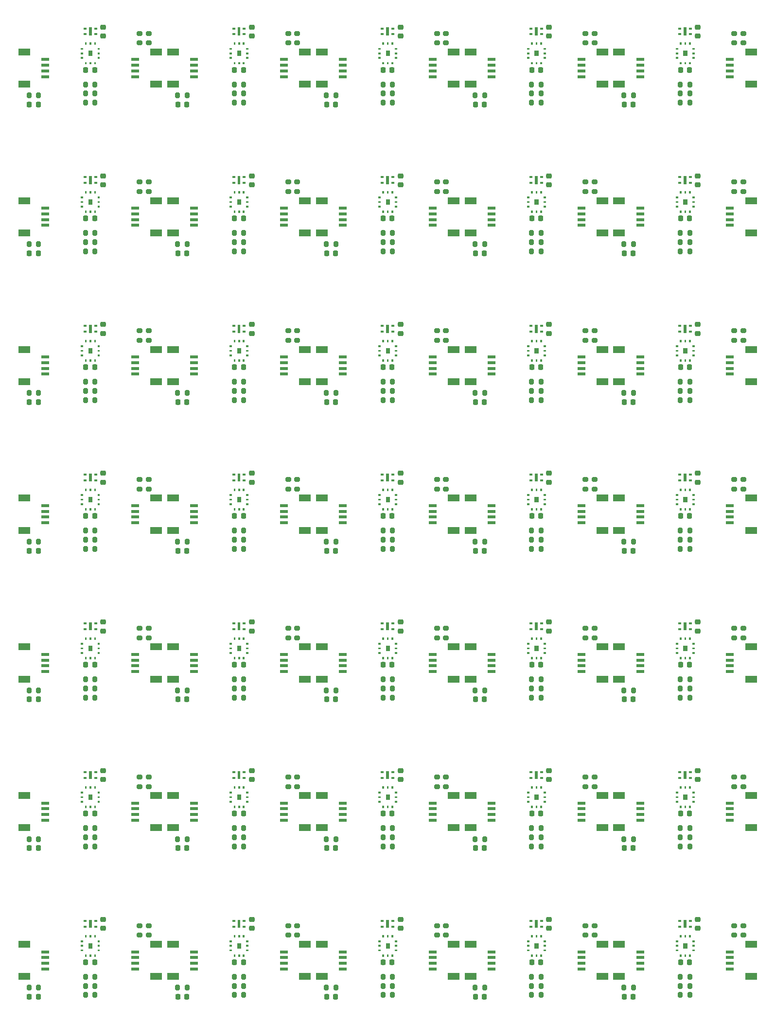
<source format=gtp>
%TF.GenerationSoftware,KiCad,Pcbnew,9.0.1*%
%TF.CreationDate,2025-06-06T10:29:03-06:00*%
%TF.ProjectId,SparkFun_STC31_panelized,53706172-6b46-4756-9e5f-53544333315f,v10*%
%TF.SameCoordinates,Original*%
%TF.FileFunction,Paste,Top*%
%TF.FilePolarity,Positive*%
%FSLAX46Y46*%
G04 Gerber Fmt 4.6, Leading zero omitted, Abs format (unit mm)*
G04 Created by KiCad (PCBNEW 9.0.1) date 2025-06-06 10:29:03*
%MOMM*%
%LPD*%
G01*
G04 APERTURE LIST*
G04 Aperture macros list*
%AMRoundRect*
0 Rectangle with rounded corners*
0 $1 Rounding radius*
0 $2 $3 $4 $5 $6 $7 $8 $9 X,Y pos of 4 corners*
0 Add a 4 corners polygon primitive as box body*
4,1,4,$2,$3,$4,$5,$6,$7,$8,$9,$2,$3,0*
0 Add four circle primitives for the rounded corners*
1,1,$1+$1,$2,$3*
1,1,$1+$1,$4,$5*
1,1,$1+$1,$6,$7*
1,1,$1+$1,$8,$9*
0 Add four rect primitives between the rounded corners*
20,1,$1+$1,$2,$3,$4,$5,0*
20,1,$1+$1,$4,$5,$6,$7,0*
20,1,$1+$1,$6,$7,$8,$9,0*
20,1,$1+$1,$8,$9,$2,$3,0*%
G04 Aperture macros list end*
%ADD10C,0.000000*%
%ADD11RoundRect,0.225000X0.225000X0.250000X-0.225000X0.250000X-0.225000X-0.250000X0.225000X-0.250000X0*%
%ADD12RoundRect,0.200000X0.200000X0.275000X-0.200000X0.275000X-0.200000X-0.275000X0.200000X-0.275000X0*%
%ADD13R,1.350000X0.600000*%
%ADD14R,2.000000X1.200000*%
%ADD15R,0.550000X0.350000*%
%ADD16RoundRect,0.200000X0.275000X-0.200000X0.275000X0.200000X-0.275000X0.200000X-0.275000X-0.200000X0*%
%ADD17RoundRect,0.225000X0.250000X-0.225000X0.250000X0.225000X-0.250000X0.225000X-0.250000X-0.225000X0*%
%ADD18RoundRect,0.218750X0.218750X0.256250X-0.218750X0.256250X-0.218750X-0.256250X0.218750X-0.256250X0*%
G04 APERTURE END LIST*
D10*
%TO.C,U4*%
G36*
X116556000Y173777000D02*
G01*
X116056000Y173777000D01*
X116056000Y175177000D01*
X116556000Y175177000D01*
X116556000Y173777000D01*
G37*
G36*
X116556000Y147877000D02*
G01*
X116056000Y147877000D01*
X116056000Y149277000D01*
X116556000Y149277000D01*
X116556000Y147877000D01*
G37*
G36*
X116556000Y121977000D02*
G01*
X116056000Y121977000D01*
X116056000Y123377000D01*
X116556000Y123377000D01*
X116556000Y121977000D01*
G37*
G36*
X116556000Y96077000D02*
G01*
X116056000Y96077000D01*
X116056000Y97477000D01*
X116556000Y97477000D01*
X116556000Y96077000D01*
G37*
G36*
X116556000Y70177000D02*
G01*
X116056000Y70177000D01*
X116056000Y71577000D01*
X116556000Y71577000D01*
X116556000Y70177000D01*
G37*
G36*
X116556000Y44277000D02*
G01*
X116056000Y44277000D01*
X116056000Y45677000D01*
X116556000Y45677000D01*
X116556000Y44277000D01*
G37*
G36*
X116556000Y18377000D02*
G01*
X116056000Y18377000D01*
X116056000Y19777000D01*
X116556000Y19777000D01*
X116556000Y18377000D01*
G37*
G36*
X90656000Y173777000D02*
G01*
X90156000Y173777000D01*
X90156000Y175177000D01*
X90656000Y175177000D01*
X90656000Y173777000D01*
G37*
G36*
X90656000Y147877000D02*
G01*
X90156000Y147877000D01*
X90156000Y149277000D01*
X90656000Y149277000D01*
X90656000Y147877000D01*
G37*
G36*
X90656000Y121977000D02*
G01*
X90156000Y121977000D01*
X90156000Y123377000D01*
X90656000Y123377000D01*
X90656000Y121977000D01*
G37*
G36*
X90656000Y96077000D02*
G01*
X90156000Y96077000D01*
X90156000Y97477000D01*
X90656000Y97477000D01*
X90656000Y96077000D01*
G37*
G36*
X90656000Y70177000D02*
G01*
X90156000Y70177000D01*
X90156000Y71577000D01*
X90656000Y71577000D01*
X90656000Y70177000D01*
G37*
G36*
X90656000Y44277000D02*
G01*
X90156000Y44277000D01*
X90156000Y45677000D01*
X90656000Y45677000D01*
X90656000Y44277000D01*
G37*
G36*
X90656000Y18377000D02*
G01*
X90156000Y18377000D01*
X90156000Y19777000D01*
X90656000Y19777000D01*
X90656000Y18377000D01*
G37*
G36*
X64756000Y173777000D02*
G01*
X64256000Y173777000D01*
X64256000Y175177000D01*
X64756000Y175177000D01*
X64756000Y173777000D01*
G37*
G36*
X64756000Y147877000D02*
G01*
X64256000Y147877000D01*
X64256000Y149277000D01*
X64756000Y149277000D01*
X64756000Y147877000D01*
G37*
G36*
X64756000Y121977000D02*
G01*
X64256000Y121977000D01*
X64256000Y123377000D01*
X64756000Y123377000D01*
X64756000Y121977000D01*
G37*
G36*
X64756000Y96077000D02*
G01*
X64256000Y96077000D01*
X64256000Y97477000D01*
X64756000Y97477000D01*
X64756000Y96077000D01*
G37*
G36*
X64756000Y70177000D02*
G01*
X64256000Y70177000D01*
X64256000Y71577000D01*
X64756000Y71577000D01*
X64756000Y70177000D01*
G37*
G36*
X64756000Y44277000D02*
G01*
X64256000Y44277000D01*
X64256000Y45677000D01*
X64756000Y45677000D01*
X64756000Y44277000D01*
G37*
G36*
X64756000Y18377000D02*
G01*
X64256000Y18377000D01*
X64256000Y19777000D01*
X64756000Y19777000D01*
X64756000Y18377000D01*
G37*
G36*
X38856000Y173777000D02*
G01*
X38356000Y173777000D01*
X38356000Y175177000D01*
X38856000Y175177000D01*
X38856000Y173777000D01*
G37*
G36*
X38856000Y147877000D02*
G01*
X38356000Y147877000D01*
X38356000Y149277000D01*
X38856000Y149277000D01*
X38856000Y147877000D01*
G37*
G36*
X38856000Y121977000D02*
G01*
X38356000Y121977000D01*
X38356000Y123377000D01*
X38856000Y123377000D01*
X38856000Y121977000D01*
G37*
G36*
X38856000Y96077000D02*
G01*
X38356000Y96077000D01*
X38356000Y97477000D01*
X38856000Y97477000D01*
X38856000Y96077000D01*
G37*
G36*
X38856000Y70177000D02*
G01*
X38356000Y70177000D01*
X38356000Y71577000D01*
X38856000Y71577000D01*
X38856000Y70177000D01*
G37*
G36*
X38856000Y44277000D02*
G01*
X38356000Y44277000D01*
X38356000Y45677000D01*
X38856000Y45677000D01*
X38856000Y44277000D01*
G37*
G36*
X38856000Y18377000D02*
G01*
X38356000Y18377000D01*
X38356000Y19777000D01*
X38856000Y19777000D01*
X38856000Y18377000D01*
G37*
G36*
X12956000Y173777000D02*
G01*
X12456000Y173777000D01*
X12456000Y175177000D01*
X12956000Y175177000D01*
X12956000Y173777000D01*
G37*
G36*
X12956000Y147877000D02*
G01*
X12456000Y147877000D01*
X12456000Y149277000D01*
X12956000Y149277000D01*
X12956000Y147877000D01*
G37*
G36*
X12956000Y121977000D02*
G01*
X12456000Y121977000D01*
X12456000Y123377000D01*
X12956000Y123377000D01*
X12956000Y121977000D01*
G37*
G36*
X12956000Y96077000D02*
G01*
X12456000Y96077000D01*
X12456000Y97477000D01*
X12956000Y97477000D01*
X12956000Y96077000D01*
G37*
G36*
X12956000Y70177000D02*
G01*
X12456000Y70177000D01*
X12456000Y71577000D01*
X12956000Y71577000D01*
X12956000Y70177000D01*
G37*
G36*
X12956000Y44277000D02*
G01*
X12456000Y44277000D01*
X12456000Y45677000D01*
X12956000Y45677000D01*
X12956000Y44277000D01*
G37*
%TO.C,U3*%
G36*
X115075800Y171290000D02*
G01*
X114675800Y171290000D01*
X114675800Y171590000D01*
X115075800Y171590000D01*
X115075800Y171290000D01*
G37*
G36*
X115075800Y170490000D02*
G01*
X114675800Y170490000D01*
X114675800Y170790000D01*
X115075800Y170790000D01*
X115075800Y170490000D01*
G37*
G36*
X115075800Y169690000D02*
G01*
X114675800Y169690000D01*
X114675800Y169990000D01*
X115075800Y169990000D01*
X115075800Y169690000D01*
G37*
G36*
X115675800Y172140000D02*
G01*
X115375800Y172140000D01*
X115375800Y172540000D01*
X115675800Y172540000D01*
X115675800Y172140000D01*
G37*
G36*
X115675800Y168740000D02*
G01*
X115375800Y168740000D01*
X115375800Y169140000D01*
X115675800Y169140000D01*
X115675800Y168740000D01*
G37*
G36*
X116675800Y170190000D02*
G01*
X115975800Y170190000D01*
X115975800Y171090000D01*
X116675800Y171090000D01*
X116675800Y170190000D01*
G37*
G36*
X116475800Y172140000D02*
G01*
X116175800Y172140000D01*
X116175800Y172540000D01*
X116475800Y172540000D01*
X116475800Y172140000D01*
G37*
G36*
X116475800Y168740000D02*
G01*
X116175800Y168740000D01*
X116175800Y169140000D01*
X116475800Y169140000D01*
X116475800Y168740000D01*
G37*
G36*
X117275800Y172140000D02*
G01*
X116975800Y172140000D01*
X116975800Y172540000D01*
X117275800Y172540000D01*
X117275800Y172140000D01*
G37*
G36*
X117275800Y168740000D02*
G01*
X116975800Y168740000D01*
X116975800Y169140000D01*
X117275800Y169140000D01*
X117275800Y168740000D01*
G37*
G36*
X117975800Y171290000D02*
G01*
X117575800Y171290000D01*
X117575800Y171590000D01*
X117975800Y171590000D01*
X117975800Y171290000D01*
G37*
G36*
X117975800Y170490000D02*
G01*
X117575800Y170490000D01*
X117575800Y170790000D01*
X117975800Y170790000D01*
X117975800Y170490000D01*
G37*
G36*
X117975800Y169690000D02*
G01*
X117575800Y169690000D01*
X117575800Y169990000D01*
X117975800Y169990000D01*
X117975800Y169690000D01*
G37*
G36*
X115075800Y145390000D02*
G01*
X114675800Y145390000D01*
X114675800Y145690000D01*
X115075800Y145690000D01*
X115075800Y145390000D01*
G37*
G36*
X115075800Y144590000D02*
G01*
X114675800Y144590000D01*
X114675800Y144890000D01*
X115075800Y144890000D01*
X115075800Y144590000D01*
G37*
G36*
X115075800Y143790000D02*
G01*
X114675800Y143790000D01*
X114675800Y144090000D01*
X115075800Y144090000D01*
X115075800Y143790000D01*
G37*
G36*
X115675800Y146240000D02*
G01*
X115375800Y146240000D01*
X115375800Y146640000D01*
X115675800Y146640000D01*
X115675800Y146240000D01*
G37*
G36*
X115675800Y142840000D02*
G01*
X115375800Y142840000D01*
X115375800Y143240000D01*
X115675800Y143240000D01*
X115675800Y142840000D01*
G37*
G36*
X116675800Y144290000D02*
G01*
X115975800Y144290000D01*
X115975800Y145190000D01*
X116675800Y145190000D01*
X116675800Y144290000D01*
G37*
G36*
X116475800Y146240000D02*
G01*
X116175800Y146240000D01*
X116175800Y146640000D01*
X116475800Y146640000D01*
X116475800Y146240000D01*
G37*
G36*
X116475800Y142840000D02*
G01*
X116175800Y142840000D01*
X116175800Y143240000D01*
X116475800Y143240000D01*
X116475800Y142840000D01*
G37*
G36*
X117275800Y146240000D02*
G01*
X116975800Y146240000D01*
X116975800Y146640000D01*
X117275800Y146640000D01*
X117275800Y146240000D01*
G37*
G36*
X117275800Y142840000D02*
G01*
X116975800Y142840000D01*
X116975800Y143240000D01*
X117275800Y143240000D01*
X117275800Y142840000D01*
G37*
G36*
X117975800Y145390000D02*
G01*
X117575800Y145390000D01*
X117575800Y145690000D01*
X117975800Y145690000D01*
X117975800Y145390000D01*
G37*
G36*
X117975800Y144590000D02*
G01*
X117575800Y144590000D01*
X117575800Y144890000D01*
X117975800Y144890000D01*
X117975800Y144590000D01*
G37*
G36*
X117975800Y143790000D02*
G01*
X117575800Y143790000D01*
X117575800Y144090000D01*
X117975800Y144090000D01*
X117975800Y143790000D01*
G37*
G36*
X115075800Y119490000D02*
G01*
X114675800Y119490000D01*
X114675800Y119790000D01*
X115075800Y119790000D01*
X115075800Y119490000D01*
G37*
G36*
X115075800Y118690000D02*
G01*
X114675800Y118690000D01*
X114675800Y118990000D01*
X115075800Y118990000D01*
X115075800Y118690000D01*
G37*
G36*
X115075800Y117890000D02*
G01*
X114675800Y117890000D01*
X114675800Y118190000D01*
X115075800Y118190000D01*
X115075800Y117890000D01*
G37*
G36*
X115675800Y120340000D02*
G01*
X115375800Y120340000D01*
X115375800Y120740000D01*
X115675800Y120740000D01*
X115675800Y120340000D01*
G37*
G36*
X115675800Y116940000D02*
G01*
X115375800Y116940000D01*
X115375800Y117340000D01*
X115675800Y117340000D01*
X115675800Y116940000D01*
G37*
G36*
X116675800Y118390000D02*
G01*
X115975800Y118390000D01*
X115975800Y119290000D01*
X116675800Y119290000D01*
X116675800Y118390000D01*
G37*
G36*
X116475800Y120340000D02*
G01*
X116175800Y120340000D01*
X116175800Y120740000D01*
X116475800Y120740000D01*
X116475800Y120340000D01*
G37*
G36*
X116475800Y116940000D02*
G01*
X116175800Y116940000D01*
X116175800Y117340000D01*
X116475800Y117340000D01*
X116475800Y116940000D01*
G37*
G36*
X117275800Y120340000D02*
G01*
X116975800Y120340000D01*
X116975800Y120740000D01*
X117275800Y120740000D01*
X117275800Y120340000D01*
G37*
G36*
X117275800Y116940000D02*
G01*
X116975800Y116940000D01*
X116975800Y117340000D01*
X117275800Y117340000D01*
X117275800Y116940000D01*
G37*
G36*
X117975800Y119490000D02*
G01*
X117575800Y119490000D01*
X117575800Y119790000D01*
X117975800Y119790000D01*
X117975800Y119490000D01*
G37*
G36*
X117975800Y118690000D02*
G01*
X117575800Y118690000D01*
X117575800Y118990000D01*
X117975800Y118990000D01*
X117975800Y118690000D01*
G37*
G36*
X117975800Y117890000D02*
G01*
X117575800Y117890000D01*
X117575800Y118190000D01*
X117975800Y118190000D01*
X117975800Y117890000D01*
G37*
G36*
X115075800Y93590000D02*
G01*
X114675800Y93590000D01*
X114675800Y93890000D01*
X115075800Y93890000D01*
X115075800Y93590000D01*
G37*
G36*
X115075800Y92790000D02*
G01*
X114675800Y92790000D01*
X114675800Y93090000D01*
X115075800Y93090000D01*
X115075800Y92790000D01*
G37*
G36*
X115075800Y91990000D02*
G01*
X114675800Y91990000D01*
X114675800Y92290000D01*
X115075800Y92290000D01*
X115075800Y91990000D01*
G37*
G36*
X115675800Y94440000D02*
G01*
X115375800Y94440000D01*
X115375800Y94840000D01*
X115675800Y94840000D01*
X115675800Y94440000D01*
G37*
G36*
X115675800Y91040000D02*
G01*
X115375800Y91040000D01*
X115375800Y91440000D01*
X115675800Y91440000D01*
X115675800Y91040000D01*
G37*
G36*
X116675800Y92490000D02*
G01*
X115975800Y92490000D01*
X115975800Y93390000D01*
X116675800Y93390000D01*
X116675800Y92490000D01*
G37*
G36*
X116475800Y94440000D02*
G01*
X116175800Y94440000D01*
X116175800Y94840000D01*
X116475800Y94840000D01*
X116475800Y94440000D01*
G37*
G36*
X116475800Y91040000D02*
G01*
X116175800Y91040000D01*
X116175800Y91440000D01*
X116475800Y91440000D01*
X116475800Y91040000D01*
G37*
G36*
X117275800Y94440000D02*
G01*
X116975800Y94440000D01*
X116975800Y94840000D01*
X117275800Y94840000D01*
X117275800Y94440000D01*
G37*
G36*
X117275800Y91040000D02*
G01*
X116975800Y91040000D01*
X116975800Y91440000D01*
X117275800Y91440000D01*
X117275800Y91040000D01*
G37*
G36*
X117975800Y93590000D02*
G01*
X117575800Y93590000D01*
X117575800Y93890000D01*
X117975800Y93890000D01*
X117975800Y93590000D01*
G37*
G36*
X117975800Y92790000D02*
G01*
X117575800Y92790000D01*
X117575800Y93090000D01*
X117975800Y93090000D01*
X117975800Y92790000D01*
G37*
G36*
X117975800Y91990000D02*
G01*
X117575800Y91990000D01*
X117575800Y92290000D01*
X117975800Y92290000D01*
X117975800Y91990000D01*
G37*
G36*
X115075800Y67690000D02*
G01*
X114675800Y67690000D01*
X114675800Y67990000D01*
X115075800Y67990000D01*
X115075800Y67690000D01*
G37*
G36*
X115075800Y66890000D02*
G01*
X114675800Y66890000D01*
X114675800Y67190000D01*
X115075800Y67190000D01*
X115075800Y66890000D01*
G37*
G36*
X115075800Y66090000D02*
G01*
X114675800Y66090000D01*
X114675800Y66390000D01*
X115075800Y66390000D01*
X115075800Y66090000D01*
G37*
G36*
X115675800Y68540000D02*
G01*
X115375800Y68540000D01*
X115375800Y68940000D01*
X115675800Y68940000D01*
X115675800Y68540000D01*
G37*
G36*
X115675800Y65140000D02*
G01*
X115375800Y65140000D01*
X115375800Y65540000D01*
X115675800Y65540000D01*
X115675800Y65140000D01*
G37*
G36*
X116675800Y66590000D02*
G01*
X115975800Y66590000D01*
X115975800Y67490000D01*
X116675800Y67490000D01*
X116675800Y66590000D01*
G37*
G36*
X116475800Y68540000D02*
G01*
X116175800Y68540000D01*
X116175800Y68940000D01*
X116475800Y68940000D01*
X116475800Y68540000D01*
G37*
G36*
X116475800Y65140000D02*
G01*
X116175800Y65140000D01*
X116175800Y65540000D01*
X116475800Y65540000D01*
X116475800Y65140000D01*
G37*
G36*
X117275800Y68540000D02*
G01*
X116975800Y68540000D01*
X116975800Y68940000D01*
X117275800Y68940000D01*
X117275800Y68540000D01*
G37*
G36*
X117275800Y65140000D02*
G01*
X116975800Y65140000D01*
X116975800Y65540000D01*
X117275800Y65540000D01*
X117275800Y65140000D01*
G37*
G36*
X117975800Y67690000D02*
G01*
X117575800Y67690000D01*
X117575800Y67990000D01*
X117975800Y67990000D01*
X117975800Y67690000D01*
G37*
G36*
X117975800Y66890000D02*
G01*
X117575800Y66890000D01*
X117575800Y67190000D01*
X117975800Y67190000D01*
X117975800Y66890000D01*
G37*
G36*
X117975800Y66090000D02*
G01*
X117575800Y66090000D01*
X117575800Y66390000D01*
X117975800Y66390000D01*
X117975800Y66090000D01*
G37*
G36*
X115075800Y41790000D02*
G01*
X114675800Y41790000D01*
X114675800Y42090000D01*
X115075800Y42090000D01*
X115075800Y41790000D01*
G37*
G36*
X115075800Y40990000D02*
G01*
X114675800Y40990000D01*
X114675800Y41290000D01*
X115075800Y41290000D01*
X115075800Y40990000D01*
G37*
G36*
X115075800Y40190000D02*
G01*
X114675800Y40190000D01*
X114675800Y40490000D01*
X115075800Y40490000D01*
X115075800Y40190000D01*
G37*
G36*
X115675800Y42640000D02*
G01*
X115375800Y42640000D01*
X115375800Y43040000D01*
X115675800Y43040000D01*
X115675800Y42640000D01*
G37*
G36*
X115675800Y39240000D02*
G01*
X115375800Y39240000D01*
X115375800Y39640000D01*
X115675800Y39640000D01*
X115675800Y39240000D01*
G37*
G36*
X116675800Y40690000D02*
G01*
X115975800Y40690000D01*
X115975800Y41590000D01*
X116675800Y41590000D01*
X116675800Y40690000D01*
G37*
G36*
X116475800Y42640000D02*
G01*
X116175800Y42640000D01*
X116175800Y43040000D01*
X116475800Y43040000D01*
X116475800Y42640000D01*
G37*
G36*
X116475800Y39240000D02*
G01*
X116175800Y39240000D01*
X116175800Y39640000D01*
X116475800Y39640000D01*
X116475800Y39240000D01*
G37*
G36*
X117275800Y42640000D02*
G01*
X116975800Y42640000D01*
X116975800Y43040000D01*
X117275800Y43040000D01*
X117275800Y42640000D01*
G37*
G36*
X117275800Y39240000D02*
G01*
X116975800Y39240000D01*
X116975800Y39640000D01*
X117275800Y39640000D01*
X117275800Y39240000D01*
G37*
G36*
X117975800Y41790000D02*
G01*
X117575800Y41790000D01*
X117575800Y42090000D01*
X117975800Y42090000D01*
X117975800Y41790000D01*
G37*
G36*
X117975800Y40990000D02*
G01*
X117575800Y40990000D01*
X117575800Y41290000D01*
X117975800Y41290000D01*
X117975800Y40990000D01*
G37*
G36*
X117975800Y40190000D02*
G01*
X117575800Y40190000D01*
X117575800Y40490000D01*
X117975800Y40490000D01*
X117975800Y40190000D01*
G37*
G36*
X115075800Y15890000D02*
G01*
X114675800Y15890000D01*
X114675800Y16190000D01*
X115075800Y16190000D01*
X115075800Y15890000D01*
G37*
G36*
X115075800Y15090000D02*
G01*
X114675800Y15090000D01*
X114675800Y15390000D01*
X115075800Y15390000D01*
X115075800Y15090000D01*
G37*
G36*
X115075800Y14290000D02*
G01*
X114675800Y14290000D01*
X114675800Y14590000D01*
X115075800Y14590000D01*
X115075800Y14290000D01*
G37*
G36*
X115675800Y16740000D02*
G01*
X115375800Y16740000D01*
X115375800Y17140000D01*
X115675800Y17140000D01*
X115675800Y16740000D01*
G37*
G36*
X115675800Y13340000D02*
G01*
X115375800Y13340000D01*
X115375800Y13740000D01*
X115675800Y13740000D01*
X115675800Y13340000D01*
G37*
G36*
X116675800Y14790000D02*
G01*
X115975800Y14790000D01*
X115975800Y15690000D01*
X116675800Y15690000D01*
X116675800Y14790000D01*
G37*
G36*
X116475800Y16740000D02*
G01*
X116175800Y16740000D01*
X116175800Y17140000D01*
X116475800Y17140000D01*
X116475800Y16740000D01*
G37*
G36*
X116475800Y13340000D02*
G01*
X116175800Y13340000D01*
X116175800Y13740000D01*
X116475800Y13740000D01*
X116475800Y13340000D01*
G37*
G36*
X117275800Y16740000D02*
G01*
X116975800Y16740000D01*
X116975800Y17140000D01*
X117275800Y17140000D01*
X117275800Y16740000D01*
G37*
G36*
X117275800Y13340000D02*
G01*
X116975800Y13340000D01*
X116975800Y13740000D01*
X117275800Y13740000D01*
X117275800Y13340000D01*
G37*
G36*
X117975800Y15890000D02*
G01*
X117575800Y15890000D01*
X117575800Y16190000D01*
X117975800Y16190000D01*
X117975800Y15890000D01*
G37*
G36*
X117975800Y15090000D02*
G01*
X117575800Y15090000D01*
X117575800Y15390000D01*
X117975800Y15390000D01*
X117975800Y15090000D01*
G37*
G36*
X117975800Y14290000D02*
G01*
X117575800Y14290000D01*
X117575800Y14590000D01*
X117975800Y14590000D01*
X117975800Y14290000D01*
G37*
G36*
X89175800Y171290000D02*
G01*
X88775800Y171290000D01*
X88775800Y171590000D01*
X89175800Y171590000D01*
X89175800Y171290000D01*
G37*
G36*
X89175800Y170490000D02*
G01*
X88775800Y170490000D01*
X88775800Y170790000D01*
X89175800Y170790000D01*
X89175800Y170490000D01*
G37*
G36*
X89175800Y169690000D02*
G01*
X88775800Y169690000D01*
X88775800Y169990000D01*
X89175800Y169990000D01*
X89175800Y169690000D01*
G37*
G36*
X89775800Y172140000D02*
G01*
X89475800Y172140000D01*
X89475800Y172540000D01*
X89775800Y172540000D01*
X89775800Y172140000D01*
G37*
G36*
X89775800Y168740000D02*
G01*
X89475800Y168740000D01*
X89475800Y169140000D01*
X89775800Y169140000D01*
X89775800Y168740000D01*
G37*
G36*
X90775800Y170190000D02*
G01*
X90075800Y170190000D01*
X90075800Y171090000D01*
X90775800Y171090000D01*
X90775800Y170190000D01*
G37*
G36*
X90575800Y172140000D02*
G01*
X90275800Y172140000D01*
X90275800Y172540000D01*
X90575800Y172540000D01*
X90575800Y172140000D01*
G37*
G36*
X90575800Y168740000D02*
G01*
X90275800Y168740000D01*
X90275800Y169140000D01*
X90575800Y169140000D01*
X90575800Y168740000D01*
G37*
G36*
X91375800Y172140000D02*
G01*
X91075800Y172140000D01*
X91075800Y172540000D01*
X91375800Y172540000D01*
X91375800Y172140000D01*
G37*
G36*
X91375800Y168740000D02*
G01*
X91075800Y168740000D01*
X91075800Y169140000D01*
X91375800Y169140000D01*
X91375800Y168740000D01*
G37*
G36*
X92075800Y171290000D02*
G01*
X91675800Y171290000D01*
X91675800Y171590000D01*
X92075800Y171590000D01*
X92075800Y171290000D01*
G37*
G36*
X92075800Y170490000D02*
G01*
X91675800Y170490000D01*
X91675800Y170790000D01*
X92075800Y170790000D01*
X92075800Y170490000D01*
G37*
G36*
X92075800Y169690000D02*
G01*
X91675800Y169690000D01*
X91675800Y169990000D01*
X92075800Y169990000D01*
X92075800Y169690000D01*
G37*
G36*
X89175800Y145390000D02*
G01*
X88775800Y145390000D01*
X88775800Y145690000D01*
X89175800Y145690000D01*
X89175800Y145390000D01*
G37*
G36*
X89175800Y144590000D02*
G01*
X88775800Y144590000D01*
X88775800Y144890000D01*
X89175800Y144890000D01*
X89175800Y144590000D01*
G37*
G36*
X89175800Y143790000D02*
G01*
X88775800Y143790000D01*
X88775800Y144090000D01*
X89175800Y144090000D01*
X89175800Y143790000D01*
G37*
G36*
X89775800Y146240000D02*
G01*
X89475800Y146240000D01*
X89475800Y146640000D01*
X89775800Y146640000D01*
X89775800Y146240000D01*
G37*
G36*
X89775800Y142840000D02*
G01*
X89475800Y142840000D01*
X89475800Y143240000D01*
X89775800Y143240000D01*
X89775800Y142840000D01*
G37*
G36*
X90775800Y144290000D02*
G01*
X90075800Y144290000D01*
X90075800Y145190000D01*
X90775800Y145190000D01*
X90775800Y144290000D01*
G37*
G36*
X90575800Y146240000D02*
G01*
X90275800Y146240000D01*
X90275800Y146640000D01*
X90575800Y146640000D01*
X90575800Y146240000D01*
G37*
G36*
X90575800Y142840000D02*
G01*
X90275800Y142840000D01*
X90275800Y143240000D01*
X90575800Y143240000D01*
X90575800Y142840000D01*
G37*
G36*
X91375800Y146240000D02*
G01*
X91075800Y146240000D01*
X91075800Y146640000D01*
X91375800Y146640000D01*
X91375800Y146240000D01*
G37*
G36*
X91375800Y142840000D02*
G01*
X91075800Y142840000D01*
X91075800Y143240000D01*
X91375800Y143240000D01*
X91375800Y142840000D01*
G37*
G36*
X92075800Y145390000D02*
G01*
X91675800Y145390000D01*
X91675800Y145690000D01*
X92075800Y145690000D01*
X92075800Y145390000D01*
G37*
G36*
X92075800Y144590000D02*
G01*
X91675800Y144590000D01*
X91675800Y144890000D01*
X92075800Y144890000D01*
X92075800Y144590000D01*
G37*
G36*
X92075800Y143790000D02*
G01*
X91675800Y143790000D01*
X91675800Y144090000D01*
X92075800Y144090000D01*
X92075800Y143790000D01*
G37*
G36*
X89175800Y119490000D02*
G01*
X88775800Y119490000D01*
X88775800Y119790000D01*
X89175800Y119790000D01*
X89175800Y119490000D01*
G37*
G36*
X89175800Y118690000D02*
G01*
X88775800Y118690000D01*
X88775800Y118990000D01*
X89175800Y118990000D01*
X89175800Y118690000D01*
G37*
G36*
X89175800Y117890000D02*
G01*
X88775800Y117890000D01*
X88775800Y118190000D01*
X89175800Y118190000D01*
X89175800Y117890000D01*
G37*
G36*
X89775800Y120340000D02*
G01*
X89475800Y120340000D01*
X89475800Y120740000D01*
X89775800Y120740000D01*
X89775800Y120340000D01*
G37*
G36*
X89775800Y116940000D02*
G01*
X89475800Y116940000D01*
X89475800Y117340000D01*
X89775800Y117340000D01*
X89775800Y116940000D01*
G37*
G36*
X90775800Y118390000D02*
G01*
X90075800Y118390000D01*
X90075800Y119290000D01*
X90775800Y119290000D01*
X90775800Y118390000D01*
G37*
G36*
X90575800Y120340000D02*
G01*
X90275800Y120340000D01*
X90275800Y120740000D01*
X90575800Y120740000D01*
X90575800Y120340000D01*
G37*
G36*
X90575800Y116940000D02*
G01*
X90275800Y116940000D01*
X90275800Y117340000D01*
X90575800Y117340000D01*
X90575800Y116940000D01*
G37*
G36*
X91375800Y120340000D02*
G01*
X91075800Y120340000D01*
X91075800Y120740000D01*
X91375800Y120740000D01*
X91375800Y120340000D01*
G37*
G36*
X91375800Y116940000D02*
G01*
X91075800Y116940000D01*
X91075800Y117340000D01*
X91375800Y117340000D01*
X91375800Y116940000D01*
G37*
G36*
X92075800Y119490000D02*
G01*
X91675800Y119490000D01*
X91675800Y119790000D01*
X92075800Y119790000D01*
X92075800Y119490000D01*
G37*
G36*
X92075800Y118690000D02*
G01*
X91675800Y118690000D01*
X91675800Y118990000D01*
X92075800Y118990000D01*
X92075800Y118690000D01*
G37*
G36*
X92075800Y117890000D02*
G01*
X91675800Y117890000D01*
X91675800Y118190000D01*
X92075800Y118190000D01*
X92075800Y117890000D01*
G37*
G36*
X89175800Y93590000D02*
G01*
X88775800Y93590000D01*
X88775800Y93890000D01*
X89175800Y93890000D01*
X89175800Y93590000D01*
G37*
G36*
X89175800Y92790000D02*
G01*
X88775800Y92790000D01*
X88775800Y93090000D01*
X89175800Y93090000D01*
X89175800Y92790000D01*
G37*
G36*
X89175800Y91990000D02*
G01*
X88775800Y91990000D01*
X88775800Y92290000D01*
X89175800Y92290000D01*
X89175800Y91990000D01*
G37*
G36*
X89775800Y94440000D02*
G01*
X89475800Y94440000D01*
X89475800Y94840000D01*
X89775800Y94840000D01*
X89775800Y94440000D01*
G37*
G36*
X89775800Y91040000D02*
G01*
X89475800Y91040000D01*
X89475800Y91440000D01*
X89775800Y91440000D01*
X89775800Y91040000D01*
G37*
G36*
X90775800Y92490000D02*
G01*
X90075800Y92490000D01*
X90075800Y93390000D01*
X90775800Y93390000D01*
X90775800Y92490000D01*
G37*
G36*
X90575800Y94440000D02*
G01*
X90275800Y94440000D01*
X90275800Y94840000D01*
X90575800Y94840000D01*
X90575800Y94440000D01*
G37*
G36*
X90575800Y91040000D02*
G01*
X90275800Y91040000D01*
X90275800Y91440000D01*
X90575800Y91440000D01*
X90575800Y91040000D01*
G37*
G36*
X91375800Y94440000D02*
G01*
X91075800Y94440000D01*
X91075800Y94840000D01*
X91375800Y94840000D01*
X91375800Y94440000D01*
G37*
G36*
X91375800Y91040000D02*
G01*
X91075800Y91040000D01*
X91075800Y91440000D01*
X91375800Y91440000D01*
X91375800Y91040000D01*
G37*
G36*
X92075800Y93590000D02*
G01*
X91675800Y93590000D01*
X91675800Y93890000D01*
X92075800Y93890000D01*
X92075800Y93590000D01*
G37*
G36*
X92075800Y92790000D02*
G01*
X91675800Y92790000D01*
X91675800Y93090000D01*
X92075800Y93090000D01*
X92075800Y92790000D01*
G37*
G36*
X92075800Y91990000D02*
G01*
X91675800Y91990000D01*
X91675800Y92290000D01*
X92075800Y92290000D01*
X92075800Y91990000D01*
G37*
G36*
X89175800Y67690000D02*
G01*
X88775800Y67690000D01*
X88775800Y67990000D01*
X89175800Y67990000D01*
X89175800Y67690000D01*
G37*
G36*
X89175800Y66890000D02*
G01*
X88775800Y66890000D01*
X88775800Y67190000D01*
X89175800Y67190000D01*
X89175800Y66890000D01*
G37*
G36*
X89175800Y66090000D02*
G01*
X88775800Y66090000D01*
X88775800Y66390000D01*
X89175800Y66390000D01*
X89175800Y66090000D01*
G37*
G36*
X89775800Y68540000D02*
G01*
X89475800Y68540000D01*
X89475800Y68940000D01*
X89775800Y68940000D01*
X89775800Y68540000D01*
G37*
G36*
X89775800Y65140000D02*
G01*
X89475800Y65140000D01*
X89475800Y65540000D01*
X89775800Y65540000D01*
X89775800Y65140000D01*
G37*
G36*
X90775800Y66590000D02*
G01*
X90075800Y66590000D01*
X90075800Y67490000D01*
X90775800Y67490000D01*
X90775800Y66590000D01*
G37*
G36*
X90575800Y68540000D02*
G01*
X90275800Y68540000D01*
X90275800Y68940000D01*
X90575800Y68940000D01*
X90575800Y68540000D01*
G37*
G36*
X90575800Y65140000D02*
G01*
X90275800Y65140000D01*
X90275800Y65540000D01*
X90575800Y65540000D01*
X90575800Y65140000D01*
G37*
G36*
X91375800Y68540000D02*
G01*
X91075800Y68540000D01*
X91075800Y68940000D01*
X91375800Y68940000D01*
X91375800Y68540000D01*
G37*
G36*
X91375800Y65140000D02*
G01*
X91075800Y65140000D01*
X91075800Y65540000D01*
X91375800Y65540000D01*
X91375800Y65140000D01*
G37*
G36*
X92075800Y67690000D02*
G01*
X91675800Y67690000D01*
X91675800Y67990000D01*
X92075800Y67990000D01*
X92075800Y67690000D01*
G37*
G36*
X92075800Y66890000D02*
G01*
X91675800Y66890000D01*
X91675800Y67190000D01*
X92075800Y67190000D01*
X92075800Y66890000D01*
G37*
G36*
X92075800Y66090000D02*
G01*
X91675800Y66090000D01*
X91675800Y66390000D01*
X92075800Y66390000D01*
X92075800Y66090000D01*
G37*
G36*
X89175800Y41790000D02*
G01*
X88775800Y41790000D01*
X88775800Y42090000D01*
X89175800Y42090000D01*
X89175800Y41790000D01*
G37*
G36*
X89175800Y40990000D02*
G01*
X88775800Y40990000D01*
X88775800Y41290000D01*
X89175800Y41290000D01*
X89175800Y40990000D01*
G37*
G36*
X89175800Y40190000D02*
G01*
X88775800Y40190000D01*
X88775800Y40490000D01*
X89175800Y40490000D01*
X89175800Y40190000D01*
G37*
G36*
X89775800Y42640000D02*
G01*
X89475800Y42640000D01*
X89475800Y43040000D01*
X89775800Y43040000D01*
X89775800Y42640000D01*
G37*
G36*
X89775800Y39240000D02*
G01*
X89475800Y39240000D01*
X89475800Y39640000D01*
X89775800Y39640000D01*
X89775800Y39240000D01*
G37*
G36*
X90775800Y40690000D02*
G01*
X90075800Y40690000D01*
X90075800Y41590000D01*
X90775800Y41590000D01*
X90775800Y40690000D01*
G37*
G36*
X90575800Y42640000D02*
G01*
X90275800Y42640000D01*
X90275800Y43040000D01*
X90575800Y43040000D01*
X90575800Y42640000D01*
G37*
G36*
X90575800Y39240000D02*
G01*
X90275800Y39240000D01*
X90275800Y39640000D01*
X90575800Y39640000D01*
X90575800Y39240000D01*
G37*
G36*
X91375800Y42640000D02*
G01*
X91075800Y42640000D01*
X91075800Y43040000D01*
X91375800Y43040000D01*
X91375800Y42640000D01*
G37*
G36*
X91375800Y39240000D02*
G01*
X91075800Y39240000D01*
X91075800Y39640000D01*
X91375800Y39640000D01*
X91375800Y39240000D01*
G37*
G36*
X92075800Y41790000D02*
G01*
X91675800Y41790000D01*
X91675800Y42090000D01*
X92075800Y42090000D01*
X92075800Y41790000D01*
G37*
G36*
X92075800Y40990000D02*
G01*
X91675800Y40990000D01*
X91675800Y41290000D01*
X92075800Y41290000D01*
X92075800Y40990000D01*
G37*
G36*
X92075800Y40190000D02*
G01*
X91675800Y40190000D01*
X91675800Y40490000D01*
X92075800Y40490000D01*
X92075800Y40190000D01*
G37*
G36*
X89175800Y15890000D02*
G01*
X88775800Y15890000D01*
X88775800Y16190000D01*
X89175800Y16190000D01*
X89175800Y15890000D01*
G37*
G36*
X89175800Y15090000D02*
G01*
X88775800Y15090000D01*
X88775800Y15390000D01*
X89175800Y15390000D01*
X89175800Y15090000D01*
G37*
G36*
X89175800Y14290000D02*
G01*
X88775800Y14290000D01*
X88775800Y14590000D01*
X89175800Y14590000D01*
X89175800Y14290000D01*
G37*
G36*
X89775800Y16740000D02*
G01*
X89475800Y16740000D01*
X89475800Y17140000D01*
X89775800Y17140000D01*
X89775800Y16740000D01*
G37*
G36*
X89775800Y13340000D02*
G01*
X89475800Y13340000D01*
X89475800Y13740000D01*
X89775800Y13740000D01*
X89775800Y13340000D01*
G37*
G36*
X90775800Y14790000D02*
G01*
X90075800Y14790000D01*
X90075800Y15690000D01*
X90775800Y15690000D01*
X90775800Y14790000D01*
G37*
G36*
X90575800Y16740000D02*
G01*
X90275800Y16740000D01*
X90275800Y17140000D01*
X90575800Y17140000D01*
X90575800Y16740000D01*
G37*
G36*
X90575800Y13340000D02*
G01*
X90275800Y13340000D01*
X90275800Y13740000D01*
X90575800Y13740000D01*
X90575800Y13340000D01*
G37*
G36*
X91375800Y16740000D02*
G01*
X91075800Y16740000D01*
X91075800Y17140000D01*
X91375800Y17140000D01*
X91375800Y16740000D01*
G37*
G36*
X91375800Y13340000D02*
G01*
X91075800Y13340000D01*
X91075800Y13740000D01*
X91375800Y13740000D01*
X91375800Y13340000D01*
G37*
G36*
X92075800Y15890000D02*
G01*
X91675800Y15890000D01*
X91675800Y16190000D01*
X92075800Y16190000D01*
X92075800Y15890000D01*
G37*
G36*
X92075800Y15090000D02*
G01*
X91675800Y15090000D01*
X91675800Y15390000D01*
X92075800Y15390000D01*
X92075800Y15090000D01*
G37*
G36*
X92075800Y14290000D02*
G01*
X91675800Y14290000D01*
X91675800Y14590000D01*
X92075800Y14590000D01*
X92075800Y14290000D01*
G37*
G36*
X63275800Y171290000D02*
G01*
X62875800Y171290000D01*
X62875800Y171590000D01*
X63275800Y171590000D01*
X63275800Y171290000D01*
G37*
G36*
X63275800Y170490000D02*
G01*
X62875800Y170490000D01*
X62875800Y170790000D01*
X63275800Y170790000D01*
X63275800Y170490000D01*
G37*
G36*
X63275800Y169690000D02*
G01*
X62875800Y169690000D01*
X62875800Y169990000D01*
X63275800Y169990000D01*
X63275800Y169690000D01*
G37*
G36*
X63875800Y172140000D02*
G01*
X63575800Y172140000D01*
X63575800Y172540000D01*
X63875800Y172540000D01*
X63875800Y172140000D01*
G37*
G36*
X63875800Y168740000D02*
G01*
X63575800Y168740000D01*
X63575800Y169140000D01*
X63875800Y169140000D01*
X63875800Y168740000D01*
G37*
G36*
X64875800Y170190000D02*
G01*
X64175800Y170190000D01*
X64175800Y171090000D01*
X64875800Y171090000D01*
X64875800Y170190000D01*
G37*
G36*
X64675800Y172140000D02*
G01*
X64375800Y172140000D01*
X64375800Y172540000D01*
X64675800Y172540000D01*
X64675800Y172140000D01*
G37*
G36*
X64675800Y168740000D02*
G01*
X64375800Y168740000D01*
X64375800Y169140000D01*
X64675800Y169140000D01*
X64675800Y168740000D01*
G37*
G36*
X65475800Y172140000D02*
G01*
X65175800Y172140000D01*
X65175800Y172540000D01*
X65475800Y172540000D01*
X65475800Y172140000D01*
G37*
G36*
X65475800Y168740000D02*
G01*
X65175800Y168740000D01*
X65175800Y169140000D01*
X65475800Y169140000D01*
X65475800Y168740000D01*
G37*
G36*
X66175800Y171290000D02*
G01*
X65775800Y171290000D01*
X65775800Y171590000D01*
X66175800Y171590000D01*
X66175800Y171290000D01*
G37*
G36*
X66175800Y170490000D02*
G01*
X65775800Y170490000D01*
X65775800Y170790000D01*
X66175800Y170790000D01*
X66175800Y170490000D01*
G37*
G36*
X66175800Y169690000D02*
G01*
X65775800Y169690000D01*
X65775800Y169990000D01*
X66175800Y169990000D01*
X66175800Y169690000D01*
G37*
G36*
X63275800Y145390000D02*
G01*
X62875800Y145390000D01*
X62875800Y145690000D01*
X63275800Y145690000D01*
X63275800Y145390000D01*
G37*
G36*
X63275800Y144590000D02*
G01*
X62875800Y144590000D01*
X62875800Y144890000D01*
X63275800Y144890000D01*
X63275800Y144590000D01*
G37*
G36*
X63275800Y143790000D02*
G01*
X62875800Y143790000D01*
X62875800Y144090000D01*
X63275800Y144090000D01*
X63275800Y143790000D01*
G37*
G36*
X63875800Y146240000D02*
G01*
X63575800Y146240000D01*
X63575800Y146640000D01*
X63875800Y146640000D01*
X63875800Y146240000D01*
G37*
G36*
X63875800Y142840000D02*
G01*
X63575800Y142840000D01*
X63575800Y143240000D01*
X63875800Y143240000D01*
X63875800Y142840000D01*
G37*
G36*
X64875800Y144290000D02*
G01*
X64175800Y144290000D01*
X64175800Y145190000D01*
X64875800Y145190000D01*
X64875800Y144290000D01*
G37*
G36*
X64675800Y146240000D02*
G01*
X64375800Y146240000D01*
X64375800Y146640000D01*
X64675800Y146640000D01*
X64675800Y146240000D01*
G37*
G36*
X64675800Y142840000D02*
G01*
X64375800Y142840000D01*
X64375800Y143240000D01*
X64675800Y143240000D01*
X64675800Y142840000D01*
G37*
G36*
X65475800Y146240000D02*
G01*
X65175800Y146240000D01*
X65175800Y146640000D01*
X65475800Y146640000D01*
X65475800Y146240000D01*
G37*
G36*
X65475800Y142840000D02*
G01*
X65175800Y142840000D01*
X65175800Y143240000D01*
X65475800Y143240000D01*
X65475800Y142840000D01*
G37*
G36*
X66175800Y145390000D02*
G01*
X65775800Y145390000D01*
X65775800Y145690000D01*
X66175800Y145690000D01*
X66175800Y145390000D01*
G37*
G36*
X66175800Y144590000D02*
G01*
X65775800Y144590000D01*
X65775800Y144890000D01*
X66175800Y144890000D01*
X66175800Y144590000D01*
G37*
G36*
X66175800Y143790000D02*
G01*
X65775800Y143790000D01*
X65775800Y144090000D01*
X66175800Y144090000D01*
X66175800Y143790000D01*
G37*
G36*
X63275800Y119490000D02*
G01*
X62875800Y119490000D01*
X62875800Y119790000D01*
X63275800Y119790000D01*
X63275800Y119490000D01*
G37*
G36*
X63275800Y118690000D02*
G01*
X62875800Y118690000D01*
X62875800Y118990000D01*
X63275800Y118990000D01*
X63275800Y118690000D01*
G37*
G36*
X63275800Y117890000D02*
G01*
X62875800Y117890000D01*
X62875800Y118190000D01*
X63275800Y118190000D01*
X63275800Y117890000D01*
G37*
G36*
X63875800Y120340000D02*
G01*
X63575800Y120340000D01*
X63575800Y120740000D01*
X63875800Y120740000D01*
X63875800Y120340000D01*
G37*
G36*
X63875800Y116940000D02*
G01*
X63575800Y116940000D01*
X63575800Y117340000D01*
X63875800Y117340000D01*
X63875800Y116940000D01*
G37*
G36*
X64875800Y118390000D02*
G01*
X64175800Y118390000D01*
X64175800Y119290000D01*
X64875800Y119290000D01*
X64875800Y118390000D01*
G37*
G36*
X64675800Y120340000D02*
G01*
X64375800Y120340000D01*
X64375800Y120740000D01*
X64675800Y120740000D01*
X64675800Y120340000D01*
G37*
G36*
X64675800Y116940000D02*
G01*
X64375800Y116940000D01*
X64375800Y117340000D01*
X64675800Y117340000D01*
X64675800Y116940000D01*
G37*
G36*
X65475800Y120340000D02*
G01*
X65175800Y120340000D01*
X65175800Y120740000D01*
X65475800Y120740000D01*
X65475800Y120340000D01*
G37*
G36*
X65475800Y116940000D02*
G01*
X65175800Y116940000D01*
X65175800Y117340000D01*
X65475800Y117340000D01*
X65475800Y116940000D01*
G37*
G36*
X66175800Y119490000D02*
G01*
X65775800Y119490000D01*
X65775800Y119790000D01*
X66175800Y119790000D01*
X66175800Y119490000D01*
G37*
G36*
X66175800Y118690000D02*
G01*
X65775800Y118690000D01*
X65775800Y118990000D01*
X66175800Y118990000D01*
X66175800Y118690000D01*
G37*
G36*
X66175800Y117890000D02*
G01*
X65775800Y117890000D01*
X65775800Y118190000D01*
X66175800Y118190000D01*
X66175800Y117890000D01*
G37*
G36*
X63275800Y93590000D02*
G01*
X62875800Y93590000D01*
X62875800Y93890000D01*
X63275800Y93890000D01*
X63275800Y93590000D01*
G37*
G36*
X63275800Y92790000D02*
G01*
X62875800Y92790000D01*
X62875800Y93090000D01*
X63275800Y93090000D01*
X63275800Y92790000D01*
G37*
G36*
X63275800Y91990000D02*
G01*
X62875800Y91990000D01*
X62875800Y92290000D01*
X63275800Y92290000D01*
X63275800Y91990000D01*
G37*
G36*
X63875800Y94440000D02*
G01*
X63575800Y94440000D01*
X63575800Y94840000D01*
X63875800Y94840000D01*
X63875800Y94440000D01*
G37*
G36*
X63875800Y91040000D02*
G01*
X63575800Y91040000D01*
X63575800Y91440000D01*
X63875800Y91440000D01*
X63875800Y91040000D01*
G37*
G36*
X64875800Y92490000D02*
G01*
X64175800Y92490000D01*
X64175800Y93390000D01*
X64875800Y93390000D01*
X64875800Y92490000D01*
G37*
G36*
X64675800Y94440000D02*
G01*
X64375800Y94440000D01*
X64375800Y94840000D01*
X64675800Y94840000D01*
X64675800Y94440000D01*
G37*
G36*
X64675800Y91040000D02*
G01*
X64375800Y91040000D01*
X64375800Y91440000D01*
X64675800Y91440000D01*
X64675800Y91040000D01*
G37*
G36*
X65475800Y94440000D02*
G01*
X65175800Y94440000D01*
X65175800Y94840000D01*
X65475800Y94840000D01*
X65475800Y94440000D01*
G37*
G36*
X65475800Y91040000D02*
G01*
X65175800Y91040000D01*
X65175800Y91440000D01*
X65475800Y91440000D01*
X65475800Y91040000D01*
G37*
G36*
X66175800Y93590000D02*
G01*
X65775800Y93590000D01*
X65775800Y93890000D01*
X66175800Y93890000D01*
X66175800Y93590000D01*
G37*
G36*
X66175800Y92790000D02*
G01*
X65775800Y92790000D01*
X65775800Y93090000D01*
X66175800Y93090000D01*
X66175800Y92790000D01*
G37*
G36*
X66175800Y91990000D02*
G01*
X65775800Y91990000D01*
X65775800Y92290000D01*
X66175800Y92290000D01*
X66175800Y91990000D01*
G37*
G36*
X63275800Y67690000D02*
G01*
X62875800Y67690000D01*
X62875800Y67990000D01*
X63275800Y67990000D01*
X63275800Y67690000D01*
G37*
G36*
X63275800Y66890000D02*
G01*
X62875800Y66890000D01*
X62875800Y67190000D01*
X63275800Y67190000D01*
X63275800Y66890000D01*
G37*
G36*
X63275800Y66090000D02*
G01*
X62875800Y66090000D01*
X62875800Y66390000D01*
X63275800Y66390000D01*
X63275800Y66090000D01*
G37*
G36*
X63875800Y68540000D02*
G01*
X63575800Y68540000D01*
X63575800Y68940000D01*
X63875800Y68940000D01*
X63875800Y68540000D01*
G37*
G36*
X63875800Y65140000D02*
G01*
X63575800Y65140000D01*
X63575800Y65540000D01*
X63875800Y65540000D01*
X63875800Y65140000D01*
G37*
G36*
X64875800Y66590000D02*
G01*
X64175800Y66590000D01*
X64175800Y67490000D01*
X64875800Y67490000D01*
X64875800Y66590000D01*
G37*
G36*
X64675800Y68540000D02*
G01*
X64375800Y68540000D01*
X64375800Y68940000D01*
X64675800Y68940000D01*
X64675800Y68540000D01*
G37*
G36*
X64675800Y65140000D02*
G01*
X64375800Y65140000D01*
X64375800Y65540000D01*
X64675800Y65540000D01*
X64675800Y65140000D01*
G37*
G36*
X65475800Y68540000D02*
G01*
X65175800Y68540000D01*
X65175800Y68940000D01*
X65475800Y68940000D01*
X65475800Y68540000D01*
G37*
G36*
X65475800Y65140000D02*
G01*
X65175800Y65140000D01*
X65175800Y65540000D01*
X65475800Y65540000D01*
X65475800Y65140000D01*
G37*
G36*
X66175800Y67690000D02*
G01*
X65775800Y67690000D01*
X65775800Y67990000D01*
X66175800Y67990000D01*
X66175800Y67690000D01*
G37*
G36*
X66175800Y66890000D02*
G01*
X65775800Y66890000D01*
X65775800Y67190000D01*
X66175800Y67190000D01*
X66175800Y66890000D01*
G37*
G36*
X66175800Y66090000D02*
G01*
X65775800Y66090000D01*
X65775800Y66390000D01*
X66175800Y66390000D01*
X66175800Y66090000D01*
G37*
G36*
X63275800Y41790000D02*
G01*
X62875800Y41790000D01*
X62875800Y42090000D01*
X63275800Y42090000D01*
X63275800Y41790000D01*
G37*
G36*
X63275800Y40990000D02*
G01*
X62875800Y40990000D01*
X62875800Y41290000D01*
X63275800Y41290000D01*
X63275800Y40990000D01*
G37*
G36*
X63275800Y40190000D02*
G01*
X62875800Y40190000D01*
X62875800Y40490000D01*
X63275800Y40490000D01*
X63275800Y40190000D01*
G37*
G36*
X63875800Y42640000D02*
G01*
X63575800Y42640000D01*
X63575800Y43040000D01*
X63875800Y43040000D01*
X63875800Y42640000D01*
G37*
G36*
X63875800Y39240000D02*
G01*
X63575800Y39240000D01*
X63575800Y39640000D01*
X63875800Y39640000D01*
X63875800Y39240000D01*
G37*
G36*
X64875800Y40690000D02*
G01*
X64175800Y40690000D01*
X64175800Y41590000D01*
X64875800Y41590000D01*
X64875800Y40690000D01*
G37*
G36*
X64675800Y42640000D02*
G01*
X64375800Y42640000D01*
X64375800Y43040000D01*
X64675800Y43040000D01*
X64675800Y42640000D01*
G37*
G36*
X64675800Y39240000D02*
G01*
X64375800Y39240000D01*
X64375800Y39640000D01*
X64675800Y39640000D01*
X64675800Y39240000D01*
G37*
G36*
X65475800Y42640000D02*
G01*
X65175800Y42640000D01*
X65175800Y43040000D01*
X65475800Y43040000D01*
X65475800Y42640000D01*
G37*
G36*
X65475800Y39240000D02*
G01*
X65175800Y39240000D01*
X65175800Y39640000D01*
X65475800Y39640000D01*
X65475800Y39240000D01*
G37*
G36*
X66175800Y41790000D02*
G01*
X65775800Y41790000D01*
X65775800Y42090000D01*
X66175800Y42090000D01*
X66175800Y41790000D01*
G37*
G36*
X66175800Y40990000D02*
G01*
X65775800Y40990000D01*
X65775800Y41290000D01*
X66175800Y41290000D01*
X66175800Y40990000D01*
G37*
G36*
X66175800Y40190000D02*
G01*
X65775800Y40190000D01*
X65775800Y40490000D01*
X66175800Y40490000D01*
X66175800Y40190000D01*
G37*
G36*
X63275800Y15890000D02*
G01*
X62875800Y15890000D01*
X62875800Y16190000D01*
X63275800Y16190000D01*
X63275800Y15890000D01*
G37*
G36*
X63275800Y15090000D02*
G01*
X62875800Y15090000D01*
X62875800Y15390000D01*
X63275800Y15390000D01*
X63275800Y15090000D01*
G37*
G36*
X63275800Y14290000D02*
G01*
X62875800Y14290000D01*
X62875800Y14590000D01*
X63275800Y14590000D01*
X63275800Y14290000D01*
G37*
G36*
X63875800Y16740000D02*
G01*
X63575800Y16740000D01*
X63575800Y17140000D01*
X63875800Y17140000D01*
X63875800Y16740000D01*
G37*
G36*
X63875800Y13340000D02*
G01*
X63575800Y13340000D01*
X63575800Y13740000D01*
X63875800Y13740000D01*
X63875800Y13340000D01*
G37*
G36*
X64875800Y14790000D02*
G01*
X64175800Y14790000D01*
X64175800Y15690000D01*
X64875800Y15690000D01*
X64875800Y14790000D01*
G37*
G36*
X64675800Y16740000D02*
G01*
X64375800Y16740000D01*
X64375800Y17140000D01*
X64675800Y17140000D01*
X64675800Y16740000D01*
G37*
G36*
X64675800Y13340000D02*
G01*
X64375800Y13340000D01*
X64375800Y13740000D01*
X64675800Y13740000D01*
X64675800Y13340000D01*
G37*
G36*
X65475800Y16740000D02*
G01*
X65175800Y16740000D01*
X65175800Y17140000D01*
X65475800Y17140000D01*
X65475800Y16740000D01*
G37*
G36*
X65475800Y13340000D02*
G01*
X65175800Y13340000D01*
X65175800Y13740000D01*
X65475800Y13740000D01*
X65475800Y13340000D01*
G37*
G36*
X66175800Y15890000D02*
G01*
X65775800Y15890000D01*
X65775800Y16190000D01*
X66175800Y16190000D01*
X66175800Y15890000D01*
G37*
G36*
X66175800Y15090000D02*
G01*
X65775800Y15090000D01*
X65775800Y15390000D01*
X66175800Y15390000D01*
X66175800Y15090000D01*
G37*
G36*
X66175800Y14290000D02*
G01*
X65775800Y14290000D01*
X65775800Y14590000D01*
X66175800Y14590000D01*
X66175800Y14290000D01*
G37*
G36*
X37375800Y171290000D02*
G01*
X36975800Y171290000D01*
X36975800Y171590000D01*
X37375800Y171590000D01*
X37375800Y171290000D01*
G37*
G36*
X37375800Y170490000D02*
G01*
X36975800Y170490000D01*
X36975800Y170790000D01*
X37375800Y170790000D01*
X37375800Y170490000D01*
G37*
G36*
X37375800Y169690000D02*
G01*
X36975800Y169690000D01*
X36975800Y169990000D01*
X37375800Y169990000D01*
X37375800Y169690000D01*
G37*
G36*
X37975800Y172140000D02*
G01*
X37675800Y172140000D01*
X37675800Y172540000D01*
X37975800Y172540000D01*
X37975800Y172140000D01*
G37*
G36*
X37975800Y168740000D02*
G01*
X37675800Y168740000D01*
X37675800Y169140000D01*
X37975800Y169140000D01*
X37975800Y168740000D01*
G37*
G36*
X38975800Y170190000D02*
G01*
X38275800Y170190000D01*
X38275800Y171090000D01*
X38975800Y171090000D01*
X38975800Y170190000D01*
G37*
G36*
X38775800Y172140000D02*
G01*
X38475800Y172140000D01*
X38475800Y172540000D01*
X38775800Y172540000D01*
X38775800Y172140000D01*
G37*
G36*
X38775800Y168740000D02*
G01*
X38475800Y168740000D01*
X38475800Y169140000D01*
X38775800Y169140000D01*
X38775800Y168740000D01*
G37*
G36*
X39575800Y172140000D02*
G01*
X39275800Y172140000D01*
X39275800Y172540000D01*
X39575800Y172540000D01*
X39575800Y172140000D01*
G37*
G36*
X39575800Y168740000D02*
G01*
X39275800Y168740000D01*
X39275800Y169140000D01*
X39575800Y169140000D01*
X39575800Y168740000D01*
G37*
G36*
X40275800Y171290000D02*
G01*
X39875800Y171290000D01*
X39875800Y171590000D01*
X40275800Y171590000D01*
X40275800Y171290000D01*
G37*
G36*
X40275800Y170490000D02*
G01*
X39875800Y170490000D01*
X39875800Y170790000D01*
X40275800Y170790000D01*
X40275800Y170490000D01*
G37*
G36*
X40275800Y169690000D02*
G01*
X39875800Y169690000D01*
X39875800Y169990000D01*
X40275800Y169990000D01*
X40275800Y169690000D01*
G37*
G36*
X37375800Y145390000D02*
G01*
X36975800Y145390000D01*
X36975800Y145690000D01*
X37375800Y145690000D01*
X37375800Y145390000D01*
G37*
G36*
X37375800Y144590000D02*
G01*
X36975800Y144590000D01*
X36975800Y144890000D01*
X37375800Y144890000D01*
X37375800Y144590000D01*
G37*
G36*
X37375800Y143790000D02*
G01*
X36975800Y143790000D01*
X36975800Y144090000D01*
X37375800Y144090000D01*
X37375800Y143790000D01*
G37*
G36*
X37975800Y146240000D02*
G01*
X37675800Y146240000D01*
X37675800Y146640000D01*
X37975800Y146640000D01*
X37975800Y146240000D01*
G37*
G36*
X37975800Y142840000D02*
G01*
X37675800Y142840000D01*
X37675800Y143240000D01*
X37975800Y143240000D01*
X37975800Y142840000D01*
G37*
G36*
X38975800Y144290000D02*
G01*
X38275800Y144290000D01*
X38275800Y145190000D01*
X38975800Y145190000D01*
X38975800Y144290000D01*
G37*
G36*
X38775800Y146240000D02*
G01*
X38475800Y146240000D01*
X38475800Y146640000D01*
X38775800Y146640000D01*
X38775800Y146240000D01*
G37*
G36*
X38775800Y142840000D02*
G01*
X38475800Y142840000D01*
X38475800Y143240000D01*
X38775800Y143240000D01*
X38775800Y142840000D01*
G37*
G36*
X39575800Y146240000D02*
G01*
X39275800Y146240000D01*
X39275800Y146640000D01*
X39575800Y146640000D01*
X39575800Y146240000D01*
G37*
G36*
X39575800Y142840000D02*
G01*
X39275800Y142840000D01*
X39275800Y143240000D01*
X39575800Y143240000D01*
X39575800Y142840000D01*
G37*
G36*
X40275800Y145390000D02*
G01*
X39875800Y145390000D01*
X39875800Y145690000D01*
X40275800Y145690000D01*
X40275800Y145390000D01*
G37*
G36*
X40275800Y144590000D02*
G01*
X39875800Y144590000D01*
X39875800Y144890000D01*
X40275800Y144890000D01*
X40275800Y144590000D01*
G37*
G36*
X40275800Y143790000D02*
G01*
X39875800Y143790000D01*
X39875800Y144090000D01*
X40275800Y144090000D01*
X40275800Y143790000D01*
G37*
G36*
X37375800Y119490000D02*
G01*
X36975800Y119490000D01*
X36975800Y119790000D01*
X37375800Y119790000D01*
X37375800Y119490000D01*
G37*
G36*
X37375800Y118690000D02*
G01*
X36975800Y118690000D01*
X36975800Y118990000D01*
X37375800Y118990000D01*
X37375800Y118690000D01*
G37*
G36*
X37375800Y117890000D02*
G01*
X36975800Y117890000D01*
X36975800Y118190000D01*
X37375800Y118190000D01*
X37375800Y117890000D01*
G37*
G36*
X37975800Y120340000D02*
G01*
X37675800Y120340000D01*
X37675800Y120740000D01*
X37975800Y120740000D01*
X37975800Y120340000D01*
G37*
G36*
X37975800Y116940000D02*
G01*
X37675800Y116940000D01*
X37675800Y117340000D01*
X37975800Y117340000D01*
X37975800Y116940000D01*
G37*
G36*
X38975800Y118390000D02*
G01*
X38275800Y118390000D01*
X38275800Y119290000D01*
X38975800Y119290000D01*
X38975800Y118390000D01*
G37*
G36*
X38775800Y120340000D02*
G01*
X38475800Y120340000D01*
X38475800Y120740000D01*
X38775800Y120740000D01*
X38775800Y120340000D01*
G37*
G36*
X38775800Y116940000D02*
G01*
X38475800Y116940000D01*
X38475800Y117340000D01*
X38775800Y117340000D01*
X38775800Y116940000D01*
G37*
G36*
X39575800Y120340000D02*
G01*
X39275800Y120340000D01*
X39275800Y120740000D01*
X39575800Y120740000D01*
X39575800Y120340000D01*
G37*
G36*
X39575800Y116940000D02*
G01*
X39275800Y116940000D01*
X39275800Y117340000D01*
X39575800Y117340000D01*
X39575800Y116940000D01*
G37*
G36*
X40275800Y119490000D02*
G01*
X39875800Y119490000D01*
X39875800Y119790000D01*
X40275800Y119790000D01*
X40275800Y119490000D01*
G37*
G36*
X40275800Y118690000D02*
G01*
X39875800Y118690000D01*
X39875800Y118990000D01*
X40275800Y118990000D01*
X40275800Y118690000D01*
G37*
G36*
X40275800Y117890000D02*
G01*
X39875800Y117890000D01*
X39875800Y118190000D01*
X40275800Y118190000D01*
X40275800Y117890000D01*
G37*
G36*
X37375800Y93590000D02*
G01*
X36975800Y93590000D01*
X36975800Y93890000D01*
X37375800Y93890000D01*
X37375800Y93590000D01*
G37*
G36*
X37375800Y92790000D02*
G01*
X36975800Y92790000D01*
X36975800Y93090000D01*
X37375800Y93090000D01*
X37375800Y92790000D01*
G37*
G36*
X37375800Y91990000D02*
G01*
X36975800Y91990000D01*
X36975800Y92290000D01*
X37375800Y92290000D01*
X37375800Y91990000D01*
G37*
G36*
X37975800Y94440000D02*
G01*
X37675800Y94440000D01*
X37675800Y94840000D01*
X37975800Y94840000D01*
X37975800Y94440000D01*
G37*
G36*
X37975800Y91040000D02*
G01*
X37675800Y91040000D01*
X37675800Y91440000D01*
X37975800Y91440000D01*
X37975800Y91040000D01*
G37*
G36*
X38975800Y92490000D02*
G01*
X38275800Y92490000D01*
X38275800Y93390000D01*
X38975800Y93390000D01*
X38975800Y92490000D01*
G37*
G36*
X38775800Y94440000D02*
G01*
X38475800Y94440000D01*
X38475800Y94840000D01*
X38775800Y94840000D01*
X38775800Y94440000D01*
G37*
G36*
X38775800Y91040000D02*
G01*
X38475800Y91040000D01*
X38475800Y91440000D01*
X38775800Y91440000D01*
X38775800Y91040000D01*
G37*
G36*
X39575800Y94440000D02*
G01*
X39275800Y94440000D01*
X39275800Y94840000D01*
X39575800Y94840000D01*
X39575800Y94440000D01*
G37*
G36*
X39575800Y91040000D02*
G01*
X39275800Y91040000D01*
X39275800Y91440000D01*
X39575800Y91440000D01*
X39575800Y91040000D01*
G37*
G36*
X40275800Y93590000D02*
G01*
X39875800Y93590000D01*
X39875800Y93890000D01*
X40275800Y93890000D01*
X40275800Y93590000D01*
G37*
G36*
X40275800Y92790000D02*
G01*
X39875800Y92790000D01*
X39875800Y93090000D01*
X40275800Y93090000D01*
X40275800Y92790000D01*
G37*
G36*
X40275800Y91990000D02*
G01*
X39875800Y91990000D01*
X39875800Y92290000D01*
X40275800Y92290000D01*
X40275800Y91990000D01*
G37*
G36*
X37375800Y67690000D02*
G01*
X36975800Y67690000D01*
X36975800Y67990000D01*
X37375800Y67990000D01*
X37375800Y67690000D01*
G37*
G36*
X37375800Y66890000D02*
G01*
X36975800Y66890000D01*
X36975800Y67190000D01*
X37375800Y67190000D01*
X37375800Y66890000D01*
G37*
G36*
X37375800Y66090000D02*
G01*
X36975800Y66090000D01*
X36975800Y66390000D01*
X37375800Y66390000D01*
X37375800Y66090000D01*
G37*
G36*
X37975800Y68540000D02*
G01*
X37675800Y68540000D01*
X37675800Y68940000D01*
X37975800Y68940000D01*
X37975800Y68540000D01*
G37*
G36*
X37975800Y65140000D02*
G01*
X37675800Y65140000D01*
X37675800Y65540000D01*
X37975800Y65540000D01*
X37975800Y65140000D01*
G37*
G36*
X38975800Y66590000D02*
G01*
X38275800Y66590000D01*
X38275800Y67490000D01*
X38975800Y67490000D01*
X38975800Y66590000D01*
G37*
G36*
X38775800Y68540000D02*
G01*
X38475800Y68540000D01*
X38475800Y68940000D01*
X38775800Y68940000D01*
X38775800Y68540000D01*
G37*
G36*
X38775800Y65140000D02*
G01*
X38475800Y65140000D01*
X38475800Y65540000D01*
X38775800Y65540000D01*
X38775800Y65140000D01*
G37*
G36*
X39575800Y68540000D02*
G01*
X39275800Y68540000D01*
X39275800Y68940000D01*
X39575800Y68940000D01*
X39575800Y68540000D01*
G37*
G36*
X39575800Y65140000D02*
G01*
X39275800Y65140000D01*
X39275800Y65540000D01*
X39575800Y65540000D01*
X39575800Y65140000D01*
G37*
G36*
X40275800Y67690000D02*
G01*
X39875800Y67690000D01*
X39875800Y67990000D01*
X40275800Y67990000D01*
X40275800Y67690000D01*
G37*
G36*
X40275800Y66890000D02*
G01*
X39875800Y66890000D01*
X39875800Y67190000D01*
X40275800Y67190000D01*
X40275800Y66890000D01*
G37*
G36*
X40275800Y66090000D02*
G01*
X39875800Y66090000D01*
X39875800Y66390000D01*
X40275800Y66390000D01*
X40275800Y66090000D01*
G37*
G36*
X37375800Y41790000D02*
G01*
X36975800Y41790000D01*
X36975800Y42090000D01*
X37375800Y42090000D01*
X37375800Y41790000D01*
G37*
G36*
X37375800Y40990000D02*
G01*
X36975800Y40990000D01*
X36975800Y41290000D01*
X37375800Y41290000D01*
X37375800Y40990000D01*
G37*
G36*
X37375800Y40190000D02*
G01*
X36975800Y40190000D01*
X36975800Y40490000D01*
X37375800Y40490000D01*
X37375800Y40190000D01*
G37*
G36*
X37975800Y42640000D02*
G01*
X37675800Y42640000D01*
X37675800Y43040000D01*
X37975800Y43040000D01*
X37975800Y42640000D01*
G37*
G36*
X37975800Y39240000D02*
G01*
X37675800Y39240000D01*
X37675800Y39640000D01*
X37975800Y39640000D01*
X37975800Y39240000D01*
G37*
G36*
X38975800Y40690000D02*
G01*
X38275800Y40690000D01*
X38275800Y41590000D01*
X38975800Y41590000D01*
X38975800Y40690000D01*
G37*
G36*
X38775800Y42640000D02*
G01*
X38475800Y42640000D01*
X38475800Y43040000D01*
X38775800Y43040000D01*
X38775800Y42640000D01*
G37*
G36*
X38775800Y39240000D02*
G01*
X38475800Y39240000D01*
X38475800Y39640000D01*
X38775800Y39640000D01*
X38775800Y39240000D01*
G37*
G36*
X39575800Y42640000D02*
G01*
X39275800Y42640000D01*
X39275800Y43040000D01*
X39575800Y43040000D01*
X39575800Y42640000D01*
G37*
G36*
X39575800Y39240000D02*
G01*
X39275800Y39240000D01*
X39275800Y39640000D01*
X39575800Y39640000D01*
X39575800Y39240000D01*
G37*
G36*
X40275800Y41790000D02*
G01*
X39875800Y41790000D01*
X39875800Y42090000D01*
X40275800Y42090000D01*
X40275800Y41790000D01*
G37*
G36*
X40275800Y40990000D02*
G01*
X39875800Y40990000D01*
X39875800Y41290000D01*
X40275800Y41290000D01*
X40275800Y40990000D01*
G37*
G36*
X40275800Y40190000D02*
G01*
X39875800Y40190000D01*
X39875800Y40490000D01*
X40275800Y40490000D01*
X40275800Y40190000D01*
G37*
G36*
X37375800Y15890000D02*
G01*
X36975800Y15890000D01*
X36975800Y16190000D01*
X37375800Y16190000D01*
X37375800Y15890000D01*
G37*
G36*
X37375800Y15090000D02*
G01*
X36975800Y15090000D01*
X36975800Y15390000D01*
X37375800Y15390000D01*
X37375800Y15090000D01*
G37*
G36*
X37375800Y14290000D02*
G01*
X36975800Y14290000D01*
X36975800Y14590000D01*
X37375800Y14590000D01*
X37375800Y14290000D01*
G37*
G36*
X37975800Y16740000D02*
G01*
X37675800Y16740000D01*
X37675800Y17140000D01*
X37975800Y17140000D01*
X37975800Y16740000D01*
G37*
G36*
X37975800Y13340000D02*
G01*
X37675800Y13340000D01*
X37675800Y13740000D01*
X37975800Y13740000D01*
X37975800Y13340000D01*
G37*
G36*
X38975800Y14790000D02*
G01*
X38275800Y14790000D01*
X38275800Y15690000D01*
X38975800Y15690000D01*
X38975800Y14790000D01*
G37*
G36*
X38775800Y16740000D02*
G01*
X38475800Y16740000D01*
X38475800Y17140000D01*
X38775800Y17140000D01*
X38775800Y16740000D01*
G37*
G36*
X38775800Y13340000D02*
G01*
X38475800Y13340000D01*
X38475800Y13740000D01*
X38775800Y13740000D01*
X38775800Y13340000D01*
G37*
G36*
X39575800Y16740000D02*
G01*
X39275800Y16740000D01*
X39275800Y17140000D01*
X39575800Y17140000D01*
X39575800Y16740000D01*
G37*
G36*
X39575800Y13340000D02*
G01*
X39275800Y13340000D01*
X39275800Y13740000D01*
X39575800Y13740000D01*
X39575800Y13340000D01*
G37*
G36*
X40275800Y15890000D02*
G01*
X39875800Y15890000D01*
X39875800Y16190000D01*
X40275800Y16190000D01*
X40275800Y15890000D01*
G37*
G36*
X40275800Y15090000D02*
G01*
X39875800Y15090000D01*
X39875800Y15390000D01*
X40275800Y15390000D01*
X40275800Y15090000D01*
G37*
G36*
X40275800Y14290000D02*
G01*
X39875800Y14290000D01*
X39875800Y14590000D01*
X40275800Y14590000D01*
X40275800Y14290000D01*
G37*
G36*
X11475800Y171290000D02*
G01*
X11075800Y171290000D01*
X11075800Y171590000D01*
X11475800Y171590000D01*
X11475800Y171290000D01*
G37*
G36*
X11475800Y170490000D02*
G01*
X11075800Y170490000D01*
X11075800Y170790000D01*
X11475800Y170790000D01*
X11475800Y170490000D01*
G37*
G36*
X11475800Y169690000D02*
G01*
X11075800Y169690000D01*
X11075800Y169990000D01*
X11475800Y169990000D01*
X11475800Y169690000D01*
G37*
G36*
X12075800Y172140000D02*
G01*
X11775800Y172140000D01*
X11775800Y172540000D01*
X12075800Y172540000D01*
X12075800Y172140000D01*
G37*
G36*
X12075800Y168740000D02*
G01*
X11775800Y168740000D01*
X11775800Y169140000D01*
X12075800Y169140000D01*
X12075800Y168740000D01*
G37*
G36*
X13075800Y170190000D02*
G01*
X12375800Y170190000D01*
X12375800Y171090000D01*
X13075800Y171090000D01*
X13075800Y170190000D01*
G37*
G36*
X12875800Y172140000D02*
G01*
X12575800Y172140000D01*
X12575800Y172540000D01*
X12875800Y172540000D01*
X12875800Y172140000D01*
G37*
G36*
X12875800Y168740000D02*
G01*
X12575800Y168740000D01*
X12575800Y169140000D01*
X12875800Y169140000D01*
X12875800Y168740000D01*
G37*
G36*
X13675800Y172140000D02*
G01*
X13375800Y172140000D01*
X13375800Y172540000D01*
X13675800Y172540000D01*
X13675800Y172140000D01*
G37*
G36*
X13675800Y168740000D02*
G01*
X13375800Y168740000D01*
X13375800Y169140000D01*
X13675800Y169140000D01*
X13675800Y168740000D01*
G37*
G36*
X14375800Y171290000D02*
G01*
X13975800Y171290000D01*
X13975800Y171590000D01*
X14375800Y171590000D01*
X14375800Y171290000D01*
G37*
G36*
X14375800Y170490000D02*
G01*
X13975800Y170490000D01*
X13975800Y170790000D01*
X14375800Y170790000D01*
X14375800Y170490000D01*
G37*
G36*
X14375800Y169690000D02*
G01*
X13975800Y169690000D01*
X13975800Y169990000D01*
X14375800Y169990000D01*
X14375800Y169690000D01*
G37*
G36*
X11475800Y145390000D02*
G01*
X11075800Y145390000D01*
X11075800Y145690000D01*
X11475800Y145690000D01*
X11475800Y145390000D01*
G37*
G36*
X11475800Y144590000D02*
G01*
X11075800Y144590000D01*
X11075800Y144890000D01*
X11475800Y144890000D01*
X11475800Y144590000D01*
G37*
G36*
X11475800Y143790000D02*
G01*
X11075800Y143790000D01*
X11075800Y144090000D01*
X11475800Y144090000D01*
X11475800Y143790000D01*
G37*
G36*
X12075800Y146240000D02*
G01*
X11775800Y146240000D01*
X11775800Y146640000D01*
X12075800Y146640000D01*
X12075800Y146240000D01*
G37*
G36*
X12075800Y142840000D02*
G01*
X11775800Y142840000D01*
X11775800Y143240000D01*
X12075800Y143240000D01*
X12075800Y142840000D01*
G37*
G36*
X13075800Y144290000D02*
G01*
X12375800Y144290000D01*
X12375800Y145190000D01*
X13075800Y145190000D01*
X13075800Y144290000D01*
G37*
G36*
X12875800Y146240000D02*
G01*
X12575800Y146240000D01*
X12575800Y146640000D01*
X12875800Y146640000D01*
X12875800Y146240000D01*
G37*
G36*
X12875800Y142840000D02*
G01*
X12575800Y142840000D01*
X12575800Y143240000D01*
X12875800Y143240000D01*
X12875800Y142840000D01*
G37*
G36*
X13675800Y146240000D02*
G01*
X13375800Y146240000D01*
X13375800Y146640000D01*
X13675800Y146640000D01*
X13675800Y146240000D01*
G37*
G36*
X13675800Y142840000D02*
G01*
X13375800Y142840000D01*
X13375800Y143240000D01*
X13675800Y143240000D01*
X13675800Y142840000D01*
G37*
G36*
X14375800Y145390000D02*
G01*
X13975800Y145390000D01*
X13975800Y145690000D01*
X14375800Y145690000D01*
X14375800Y145390000D01*
G37*
G36*
X14375800Y144590000D02*
G01*
X13975800Y144590000D01*
X13975800Y144890000D01*
X14375800Y144890000D01*
X14375800Y144590000D01*
G37*
G36*
X14375800Y143790000D02*
G01*
X13975800Y143790000D01*
X13975800Y144090000D01*
X14375800Y144090000D01*
X14375800Y143790000D01*
G37*
G36*
X11475800Y119490000D02*
G01*
X11075800Y119490000D01*
X11075800Y119790000D01*
X11475800Y119790000D01*
X11475800Y119490000D01*
G37*
G36*
X11475800Y118690000D02*
G01*
X11075800Y118690000D01*
X11075800Y118990000D01*
X11475800Y118990000D01*
X11475800Y118690000D01*
G37*
G36*
X11475800Y117890000D02*
G01*
X11075800Y117890000D01*
X11075800Y118190000D01*
X11475800Y118190000D01*
X11475800Y117890000D01*
G37*
G36*
X12075800Y120340000D02*
G01*
X11775800Y120340000D01*
X11775800Y120740000D01*
X12075800Y120740000D01*
X12075800Y120340000D01*
G37*
G36*
X12075800Y116940000D02*
G01*
X11775800Y116940000D01*
X11775800Y117340000D01*
X12075800Y117340000D01*
X12075800Y116940000D01*
G37*
G36*
X13075800Y118390000D02*
G01*
X12375800Y118390000D01*
X12375800Y119290000D01*
X13075800Y119290000D01*
X13075800Y118390000D01*
G37*
G36*
X12875800Y120340000D02*
G01*
X12575800Y120340000D01*
X12575800Y120740000D01*
X12875800Y120740000D01*
X12875800Y120340000D01*
G37*
G36*
X12875800Y116940000D02*
G01*
X12575800Y116940000D01*
X12575800Y117340000D01*
X12875800Y117340000D01*
X12875800Y116940000D01*
G37*
G36*
X13675800Y120340000D02*
G01*
X13375800Y120340000D01*
X13375800Y120740000D01*
X13675800Y120740000D01*
X13675800Y120340000D01*
G37*
G36*
X13675800Y116940000D02*
G01*
X13375800Y116940000D01*
X13375800Y117340000D01*
X13675800Y117340000D01*
X13675800Y116940000D01*
G37*
G36*
X14375800Y119490000D02*
G01*
X13975800Y119490000D01*
X13975800Y119790000D01*
X14375800Y119790000D01*
X14375800Y119490000D01*
G37*
G36*
X14375800Y118690000D02*
G01*
X13975800Y118690000D01*
X13975800Y118990000D01*
X14375800Y118990000D01*
X14375800Y118690000D01*
G37*
G36*
X14375800Y117890000D02*
G01*
X13975800Y117890000D01*
X13975800Y118190000D01*
X14375800Y118190000D01*
X14375800Y117890000D01*
G37*
G36*
X11475800Y93590000D02*
G01*
X11075800Y93590000D01*
X11075800Y93890000D01*
X11475800Y93890000D01*
X11475800Y93590000D01*
G37*
G36*
X11475800Y92790000D02*
G01*
X11075800Y92790000D01*
X11075800Y93090000D01*
X11475800Y93090000D01*
X11475800Y92790000D01*
G37*
G36*
X11475800Y91990000D02*
G01*
X11075800Y91990000D01*
X11075800Y92290000D01*
X11475800Y92290000D01*
X11475800Y91990000D01*
G37*
G36*
X12075800Y94440000D02*
G01*
X11775800Y94440000D01*
X11775800Y94840000D01*
X12075800Y94840000D01*
X12075800Y94440000D01*
G37*
G36*
X12075800Y91040000D02*
G01*
X11775800Y91040000D01*
X11775800Y91440000D01*
X12075800Y91440000D01*
X12075800Y91040000D01*
G37*
G36*
X13075800Y92490000D02*
G01*
X12375800Y92490000D01*
X12375800Y93390000D01*
X13075800Y93390000D01*
X13075800Y92490000D01*
G37*
G36*
X12875800Y94440000D02*
G01*
X12575800Y94440000D01*
X12575800Y94840000D01*
X12875800Y94840000D01*
X12875800Y94440000D01*
G37*
G36*
X12875800Y91040000D02*
G01*
X12575800Y91040000D01*
X12575800Y91440000D01*
X12875800Y91440000D01*
X12875800Y91040000D01*
G37*
G36*
X13675800Y94440000D02*
G01*
X13375800Y94440000D01*
X13375800Y94840000D01*
X13675800Y94840000D01*
X13675800Y94440000D01*
G37*
G36*
X13675800Y91040000D02*
G01*
X13375800Y91040000D01*
X13375800Y91440000D01*
X13675800Y91440000D01*
X13675800Y91040000D01*
G37*
G36*
X14375800Y93590000D02*
G01*
X13975800Y93590000D01*
X13975800Y93890000D01*
X14375800Y93890000D01*
X14375800Y93590000D01*
G37*
G36*
X14375800Y92790000D02*
G01*
X13975800Y92790000D01*
X13975800Y93090000D01*
X14375800Y93090000D01*
X14375800Y92790000D01*
G37*
G36*
X14375800Y91990000D02*
G01*
X13975800Y91990000D01*
X13975800Y92290000D01*
X14375800Y92290000D01*
X14375800Y91990000D01*
G37*
G36*
X11475800Y67690000D02*
G01*
X11075800Y67690000D01*
X11075800Y67990000D01*
X11475800Y67990000D01*
X11475800Y67690000D01*
G37*
G36*
X11475800Y66890000D02*
G01*
X11075800Y66890000D01*
X11075800Y67190000D01*
X11475800Y67190000D01*
X11475800Y66890000D01*
G37*
G36*
X11475800Y66090000D02*
G01*
X11075800Y66090000D01*
X11075800Y66390000D01*
X11475800Y66390000D01*
X11475800Y66090000D01*
G37*
G36*
X12075800Y68540000D02*
G01*
X11775800Y68540000D01*
X11775800Y68940000D01*
X12075800Y68940000D01*
X12075800Y68540000D01*
G37*
G36*
X12075800Y65140000D02*
G01*
X11775800Y65140000D01*
X11775800Y65540000D01*
X12075800Y65540000D01*
X12075800Y65140000D01*
G37*
G36*
X13075800Y66590000D02*
G01*
X12375800Y66590000D01*
X12375800Y67490000D01*
X13075800Y67490000D01*
X13075800Y66590000D01*
G37*
G36*
X12875800Y68540000D02*
G01*
X12575800Y68540000D01*
X12575800Y68940000D01*
X12875800Y68940000D01*
X12875800Y68540000D01*
G37*
G36*
X12875800Y65140000D02*
G01*
X12575800Y65140000D01*
X12575800Y65540000D01*
X12875800Y65540000D01*
X12875800Y65140000D01*
G37*
G36*
X13675800Y68540000D02*
G01*
X13375800Y68540000D01*
X13375800Y68940000D01*
X13675800Y68940000D01*
X13675800Y68540000D01*
G37*
G36*
X13675800Y65140000D02*
G01*
X13375800Y65140000D01*
X13375800Y65540000D01*
X13675800Y65540000D01*
X13675800Y65140000D01*
G37*
G36*
X14375800Y67690000D02*
G01*
X13975800Y67690000D01*
X13975800Y67990000D01*
X14375800Y67990000D01*
X14375800Y67690000D01*
G37*
G36*
X14375800Y66890000D02*
G01*
X13975800Y66890000D01*
X13975800Y67190000D01*
X14375800Y67190000D01*
X14375800Y66890000D01*
G37*
G36*
X14375800Y66090000D02*
G01*
X13975800Y66090000D01*
X13975800Y66390000D01*
X14375800Y66390000D01*
X14375800Y66090000D01*
G37*
G36*
X11475800Y41790000D02*
G01*
X11075800Y41790000D01*
X11075800Y42090000D01*
X11475800Y42090000D01*
X11475800Y41790000D01*
G37*
G36*
X11475800Y40990000D02*
G01*
X11075800Y40990000D01*
X11075800Y41290000D01*
X11475800Y41290000D01*
X11475800Y40990000D01*
G37*
G36*
X11475800Y40190000D02*
G01*
X11075800Y40190000D01*
X11075800Y40490000D01*
X11475800Y40490000D01*
X11475800Y40190000D01*
G37*
G36*
X12075800Y42640000D02*
G01*
X11775800Y42640000D01*
X11775800Y43040000D01*
X12075800Y43040000D01*
X12075800Y42640000D01*
G37*
G36*
X12075800Y39240000D02*
G01*
X11775800Y39240000D01*
X11775800Y39640000D01*
X12075800Y39640000D01*
X12075800Y39240000D01*
G37*
G36*
X13075800Y40690000D02*
G01*
X12375800Y40690000D01*
X12375800Y41590000D01*
X13075800Y41590000D01*
X13075800Y40690000D01*
G37*
G36*
X12875800Y42640000D02*
G01*
X12575800Y42640000D01*
X12575800Y43040000D01*
X12875800Y43040000D01*
X12875800Y42640000D01*
G37*
G36*
X12875800Y39240000D02*
G01*
X12575800Y39240000D01*
X12575800Y39640000D01*
X12875800Y39640000D01*
X12875800Y39240000D01*
G37*
G36*
X13675800Y42640000D02*
G01*
X13375800Y42640000D01*
X13375800Y43040000D01*
X13675800Y43040000D01*
X13675800Y42640000D01*
G37*
G36*
X13675800Y39240000D02*
G01*
X13375800Y39240000D01*
X13375800Y39640000D01*
X13675800Y39640000D01*
X13675800Y39240000D01*
G37*
G36*
X14375800Y41790000D02*
G01*
X13975800Y41790000D01*
X13975800Y42090000D01*
X14375800Y42090000D01*
X14375800Y41790000D01*
G37*
G36*
X14375800Y40990000D02*
G01*
X13975800Y40990000D01*
X13975800Y41290000D01*
X14375800Y41290000D01*
X14375800Y40990000D01*
G37*
G36*
X14375800Y40190000D02*
G01*
X13975800Y40190000D01*
X13975800Y40490000D01*
X14375800Y40490000D01*
X14375800Y40190000D01*
G37*
G36*
X11475800Y15890000D02*
G01*
X11075800Y15890000D01*
X11075800Y16190000D01*
X11475800Y16190000D01*
X11475800Y15890000D01*
G37*
G36*
X11475800Y15090000D02*
G01*
X11075800Y15090000D01*
X11075800Y15390000D01*
X11475800Y15390000D01*
X11475800Y15090000D01*
G37*
G36*
X11475800Y14290000D02*
G01*
X11075800Y14290000D01*
X11075800Y14590000D01*
X11475800Y14590000D01*
X11475800Y14290000D01*
G37*
G36*
X12075800Y16740000D02*
G01*
X11775800Y16740000D01*
X11775800Y17140000D01*
X12075800Y17140000D01*
X12075800Y16740000D01*
G37*
G36*
X12075800Y13340000D02*
G01*
X11775800Y13340000D01*
X11775800Y13740000D01*
X12075800Y13740000D01*
X12075800Y13340000D01*
G37*
G36*
X13075800Y14790000D02*
G01*
X12375800Y14790000D01*
X12375800Y15690000D01*
X13075800Y15690000D01*
X13075800Y14790000D01*
G37*
G36*
X12875800Y16740000D02*
G01*
X12575800Y16740000D01*
X12575800Y17140000D01*
X12875800Y17140000D01*
X12875800Y16740000D01*
G37*
G36*
X12875800Y13340000D02*
G01*
X12575800Y13340000D01*
X12575800Y13740000D01*
X12875800Y13740000D01*
X12875800Y13340000D01*
G37*
G36*
X13675800Y16740000D02*
G01*
X13375800Y16740000D01*
X13375800Y17140000D01*
X13675800Y17140000D01*
X13675800Y16740000D01*
G37*
G36*
X13675800Y13340000D02*
G01*
X13375800Y13340000D01*
X13375800Y13740000D01*
X13675800Y13740000D01*
X13675800Y13340000D01*
G37*
G36*
X14375800Y15890000D02*
G01*
X13975800Y15890000D01*
X13975800Y16190000D01*
X14375800Y16190000D01*
X14375800Y15890000D01*
G37*
G36*
X14375800Y15090000D02*
G01*
X13975800Y15090000D01*
X13975800Y15390000D01*
X14375800Y15390000D01*
X14375800Y15090000D01*
G37*
G36*
X14375800Y14290000D02*
G01*
X13975800Y14290000D01*
X13975800Y14590000D01*
X14375800Y14590000D01*
X14375800Y14290000D01*
G37*
%TO.C,U4*%
G36*
X12956000Y18377000D02*
G01*
X12456000Y18377000D01*
X12456000Y19777000D01*
X12956000Y19777000D01*
X12956000Y18377000D01*
G37*
%TD*%
D11*
%TO.C,C1*%
X117075000Y167782500D03*
X115525000Y167782500D03*
%TD*%
%TO.C,C1*%
X117075000Y141882500D03*
X115525000Y141882500D03*
%TD*%
%TO.C,C1*%
X117075000Y115982500D03*
X115525000Y115982500D03*
%TD*%
%TO.C,C1*%
X117075000Y90082500D03*
X115525000Y90082500D03*
%TD*%
%TO.C,C1*%
X117075000Y64182500D03*
X115525000Y64182500D03*
%TD*%
%TO.C,C1*%
X117075000Y38282500D03*
X115525000Y38282500D03*
%TD*%
%TO.C,C1*%
X117075000Y12382500D03*
X115525000Y12382500D03*
%TD*%
%TO.C,C1*%
X91175000Y167782500D03*
X89625000Y167782500D03*
%TD*%
%TO.C,C1*%
X91175000Y141882500D03*
X89625000Y141882500D03*
%TD*%
%TO.C,C1*%
X91175000Y115982500D03*
X89625000Y115982500D03*
%TD*%
%TO.C,C1*%
X91175000Y90082500D03*
X89625000Y90082500D03*
%TD*%
%TO.C,C1*%
X91175000Y64182500D03*
X89625000Y64182500D03*
%TD*%
%TO.C,C1*%
X91175000Y38282500D03*
X89625000Y38282500D03*
%TD*%
%TO.C,C1*%
X91175000Y12382500D03*
X89625000Y12382500D03*
%TD*%
%TO.C,C1*%
X65275000Y167782500D03*
X63725000Y167782500D03*
%TD*%
%TO.C,C1*%
X65275000Y141882500D03*
X63725000Y141882500D03*
%TD*%
%TO.C,C1*%
X65275000Y115982500D03*
X63725000Y115982500D03*
%TD*%
%TO.C,C1*%
X65275000Y90082500D03*
X63725000Y90082500D03*
%TD*%
%TO.C,C1*%
X65275000Y64182500D03*
X63725000Y64182500D03*
%TD*%
%TO.C,C1*%
X65275000Y38282500D03*
X63725000Y38282500D03*
%TD*%
%TO.C,C1*%
X65275000Y12382500D03*
X63725000Y12382500D03*
%TD*%
%TO.C,C1*%
X39375000Y167782500D03*
X37825000Y167782500D03*
%TD*%
%TO.C,C1*%
X39375000Y141882500D03*
X37825000Y141882500D03*
%TD*%
%TO.C,C1*%
X39375000Y115982500D03*
X37825000Y115982500D03*
%TD*%
%TO.C,C1*%
X39375000Y90082500D03*
X37825000Y90082500D03*
%TD*%
%TO.C,C1*%
X39375000Y64182500D03*
X37825000Y64182500D03*
%TD*%
%TO.C,C1*%
X39375000Y38282500D03*
X37825000Y38282500D03*
%TD*%
%TO.C,C1*%
X39375000Y12382500D03*
X37825000Y12382500D03*
%TD*%
%TO.C,C1*%
X13475000Y167782500D03*
X11925000Y167782500D03*
%TD*%
%TO.C,C1*%
X13475000Y141882500D03*
X11925000Y141882500D03*
%TD*%
%TO.C,C1*%
X13475000Y115982500D03*
X11925000Y115982500D03*
%TD*%
%TO.C,C1*%
X13475000Y90082500D03*
X11925000Y90082500D03*
%TD*%
%TO.C,C1*%
X13475000Y64182500D03*
X11925000Y64182500D03*
%TD*%
%TO.C,C1*%
X13475000Y38282500D03*
X11925000Y38282500D03*
%TD*%
D12*
%TO.C,R9*%
X107282500Y163337500D03*
X105632500Y163337500D03*
%TD*%
%TO.C,R9*%
X107282500Y137437500D03*
X105632500Y137437500D03*
%TD*%
%TO.C,R9*%
X107282500Y111537500D03*
X105632500Y111537500D03*
%TD*%
%TO.C,R9*%
X107282500Y85637500D03*
X105632500Y85637500D03*
%TD*%
%TO.C,R9*%
X107282500Y59737500D03*
X105632500Y59737500D03*
%TD*%
%TO.C,R9*%
X107282500Y33837500D03*
X105632500Y33837500D03*
%TD*%
%TO.C,R9*%
X107282500Y7937500D03*
X105632500Y7937500D03*
%TD*%
%TO.C,R9*%
X81382500Y163337500D03*
X79732500Y163337500D03*
%TD*%
%TO.C,R9*%
X81382500Y137437500D03*
X79732500Y137437500D03*
%TD*%
%TO.C,R9*%
X81382500Y111537500D03*
X79732500Y111537500D03*
%TD*%
%TO.C,R9*%
X81382500Y85637500D03*
X79732500Y85637500D03*
%TD*%
%TO.C,R9*%
X81382500Y59737500D03*
X79732500Y59737500D03*
%TD*%
%TO.C,R9*%
X81382500Y33837500D03*
X79732500Y33837500D03*
%TD*%
%TO.C,R9*%
X81382500Y7937500D03*
X79732500Y7937500D03*
%TD*%
%TO.C,R9*%
X55482500Y163337500D03*
X53832500Y163337500D03*
%TD*%
%TO.C,R9*%
X55482500Y137437500D03*
X53832500Y137437500D03*
%TD*%
%TO.C,R9*%
X55482500Y111537500D03*
X53832500Y111537500D03*
%TD*%
%TO.C,R9*%
X55482500Y85637500D03*
X53832500Y85637500D03*
%TD*%
%TO.C,R9*%
X55482500Y59737500D03*
X53832500Y59737500D03*
%TD*%
%TO.C,R9*%
X55482500Y33837500D03*
X53832500Y33837500D03*
%TD*%
%TO.C,R9*%
X55482500Y7937500D03*
X53832500Y7937500D03*
%TD*%
%TO.C,R9*%
X29582500Y163337500D03*
X27932500Y163337500D03*
%TD*%
%TO.C,R9*%
X29582500Y137437500D03*
X27932500Y137437500D03*
%TD*%
%TO.C,R9*%
X29582500Y111537500D03*
X27932500Y111537500D03*
%TD*%
%TO.C,R9*%
X29582500Y85637500D03*
X27932500Y85637500D03*
%TD*%
%TO.C,R9*%
X29582500Y59737500D03*
X27932500Y59737500D03*
%TD*%
%TO.C,R9*%
X29582500Y33837500D03*
X27932500Y33837500D03*
%TD*%
%TO.C,R9*%
X29582500Y7937500D03*
X27932500Y7937500D03*
%TD*%
%TO.C,R9*%
X3682500Y163337500D03*
X2032500Y163337500D03*
%TD*%
%TO.C,R9*%
X3682500Y137437500D03*
X2032500Y137437500D03*
%TD*%
%TO.C,R9*%
X3682500Y111537500D03*
X2032500Y111537500D03*
%TD*%
%TO.C,R9*%
X3682500Y85637500D03*
X2032500Y85637500D03*
%TD*%
%TO.C,R9*%
X3682500Y59737500D03*
X2032500Y59737500D03*
%TD*%
%TO.C,R9*%
X3682500Y33837500D03*
X2032500Y33837500D03*
%TD*%
%TO.C,R1*%
X117125000Y163655000D03*
X115475000Y163655000D03*
%TD*%
%TO.C,R1*%
X117125000Y137755000D03*
X115475000Y137755000D03*
%TD*%
%TO.C,R1*%
X117125000Y111855000D03*
X115475000Y111855000D03*
%TD*%
%TO.C,R1*%
X117125000Y85955000D03*
X115475000Y85955000D03*
%TD*%
%TO.C,R1*%
X117125000Y60055000D03*
X115475000Y60055000D03*
%TD*%
%TO.C,R1*%
X117125000Y34155000D03*
X115475000Y34155000D03*
%TD*%
%TO.C,R1*%
X117125000Y8255000D03*
X115475000Y8255000D03*
%TD*%
%TO.C,R1*%
X91225000Y163655000D03*
X89575000Y163655000D03*
%TD*%
%TO.C,R1*%
X91225000Y137755000D03*
X89575000Y137755000D03*
%TD*%
%TO.C,R1*%
X91225000Y111855000D03*
X89575000Y111855000D03*
%TD*%
%TO.C,R1*%
X91225000Y85955000D03*
X89575000Y85955000D03*
%TD*%
%TO.C,R1*%
X91225000Y60055000D03*
X89575000Y60055000D03*
%TD*%
%TO.C,R1*%
X91225000Y34155000D03*
X89575000Y34155000D03*
%TD*%
%TO.C,R1*%
X91225000Y8255000D03*
X89575000Y8255000D03*
%TD*%
%TO.C,R1*%
X65325000Y163655000D03*
X63675000Y163655000D03*
%TD*%
%TO.C,R1*%
X65325000Y137755000D03*
X63675000Y137755000D03*
%TD*%
%TO.C,R1*%
X65325000Y111855000D03*
X63675000Y111855000D03*
%TD*%
%TO.C,R1*%
X65325000Y85955000D03*
X63675000Y85955000D03*
%TD*%
%TO.C,R1*%
X65325000Y60055000D03*
X63675000Y60055000D03*
%TD*%
%TO.C,R1*%
X65325000Y34155000D03*
X63675000Y34155000D03*
%TD*%
%TO.C,R1*%
X65325000Y8255000D03*
X63675000Y8255000D03*
%TD*%
%TO.C,R1*%
X39425000Y163655000D03*
X37775000Y163655000D03*
%TD*%
%TO.C,R1*%
X39425000Y137755000D03*
X37775000Y137755000D03*
%TD*%
%TO.C,R1*%
X39425000Y111855000D03*
X37775000Y111855000D03*
%TD*%
%TO.C,R1*%
X39425000Y85955000D03*
X37775000Y85955000D03*
%TD*%
%TO.C,R1*%
X39425000Y60055000D03*
X37775000Y60055000D03*
%TD*%
%TO.C,R1*%
X39425000Y34155000D03*
X37775000Y34155000D03*
%TD*%
%TO.C,R1*%
X39425000Y8255000D03*
X37775000Y8255000D03*
%TD*%
%TO.C,R1*%
X13525000Y163655000D03*
X11875000Y163655000D03*
%TD*%
%TO.C,R1*%
X13525000Y137755000D03*
X11875000Y137755000D03*
%TD*%
%TO.C,R1*%
X13525000Y111855000D03*
X11875000Y111855000D03*
%TD*%
%TO.C,R1*%
X13525000Y85955000D03*
X11875000Y85955000D03*
%TD*%
%TO.C,R1*%
X13525000Y60055000D03*
X11875000Y60055000D03*
%TD*%
%TO.C,R1*%
X13525000Y34155000D03*
X11875000Y34155000D03*
%TD*%
D13*
%TO.C,J3*%
X124117500Y166600000D03*
X124117500Y167600000D03*
X124117500Y168600000D03*
X124117500Y169600000D03*
D14*
X127792500Y170900000D03*
X127792500Y165300000D03*
%TD*%
D13*
%TO.C,J3*%
X124117500Y140700000D03*
X124117500Y141700000D03*
X124117500Y142700000D03*
X124117500Y143700000D03*
D14*
X127792500Y145000000D03*
X127792500Y139400000D03*
%TD*%
D13*
%TO.C,J3*%
X124117500Y114800000D03*
X124117500Y115800000D03*
X124117500Y116800000D03*
X124117500Y117800000D03*
D14*
X127792500Y119100000D03*
X127792500Y113500000D03*
%TD*%
D13*
%TO.C,J3*%
X124117500Y88900000D03*
X124117500Y89900000D03*
X124117500Y90900000D03*
X124117500Y91900000D03*
D14*
X127792500Y93200000D03*
X127792500Y87600000D03*
%TD*%
D13*
%TO.C,J3*%
X124117500Y63000000D03*
X124117500Y64000000D03*
X124117500Y65000000D03*
X124117500Y66000000D03*
D14*
X127792500Y67300000D03*
X127792500Y61700000D03*
%TD*%
D13*
%TO.C,J3*%
X124117500Y37100000D03*
X124117500Y38100000D03*
X124117500Y39100000D03*
X124117500Y40100000D03*
D14*
X127792500Y41400000D03*
X127792500Y35800000D03*
%TD*%
D13*
%TO.C,J3*%
X124117500Y11200000D03*
X124117500Y12200000D03*
X124117500Y13200000D03*
X124117500Y14200000D03*
D14*
X127792500Y15500000D03*
X127792500Y9900000D03*
%TD*%
D13*
%TO.C,J3*%
X98217500Y166600000D03*
X98217500Y167600000D03*
X98217500Y168600000D03*
X98217500Y169600000D03*
D14*
X101892500Y170900000D03*
X101892500Y165300000D03*
%TD*%
D13*
%TO.C,J3*%
X98217500Y140700000D03*
X98217500Y141700000D03*
X98217500Y142700000D03*
X98217500Y143700000D03*
D14*
X101892500Y145000000D03*
X101892500Y139400000D03*
%TD*%
D13*
%TO.C,J3*%
X98217500Y114800000D03*
X98217500Y115800000D03*
X98217500Y116800000D03*
X98217500Y117800000D03*
D14*
X101892500Y119100000D03*
X101892500Y113500000D03*
%TD*%
D13*
%TO.C,J3*%
X98217500Y88900000D03*
X98217500Y89900000D03*
X98217500Y90900000D03*
X98217500Y91900000D03*
D14*
X101892500Y93200000D03*
X101892500Y87600000D03*
%TD*%
D13*
%TO.C,J3*%
X98217500Y63000000D03*
X98217500Y64000000D03*
X98217500Y65000000D03*
X98217500Y66000000D03*
D14*
X101892500Y67300000D03*
X101892500Y61700000D03*
%TD*%
D13*
%TO.C,J3*%
X98217500Y37100000D03*
X98217500Y38100000D03*
X98217500Y39100000D03*
X98217500Y40100000D03*
D14*
X101892500Y41400000D03*
X101892500Y35800000D03*
%TD*%
D13*
%TO.C,J3*%
X98217500Y11200000D03*
X98217500Y12200000D03*
X98217500Y13200000D03*
X98217500Y14200000D03*
D14*
X101892500Y15500000D03*
X101892500Y9900000D03*
%TD*%
D13*
%TO.C,J3*%
X72317500Y166600000D03*
X72317500Y167600000D03*
X72317500Y168600000D03*
X72317500Y169600000D03*
D14*
X75992500Y170900000D03*
X75992500Y165300000D03*
%TD*%
D13*
%TO.C,J3*%
X72317500Y140700000D03*
X72317500Y141700000D03*
X72317500Y142700000D03*
X72317500Y143700000D03*
D14*
X75992500Y145000000D03*
X75992500Y139400000D03*
%TD*%
D13*
%TO.C,J3*%
X72317500Y114800000D03*
X72317500Y115800000D03*
X72317500Y116800000D03*
X72317500Y117800000D03*
D14*
X75992500Y119100000D03*
X75992500Y113500000D03*
%TD*%
D13*
%TO.C,J3*%
X72317500Y88900000D03*
X72317500Y89900000D03*
X72317500Y90900000D03*
X72317500Y91900000D03*
D14*
X75992500Y93200000D03*
X75992500Y87600000D03*
%TD*%
D13*
%TO.C,J3*%
X72317500Y63000000D03*
X72317500Y64000000D03*
X72317500Y65000000D03*
X72317500Y66000000D03*
D14*
X75992500Y67300000D03*
X75992500Y61700000D03*
%TD*%
D13*
%TO.C,J3*%
X72317500Y37100000D03*
X72317500Y38100000D03*
X72317500Y39100000D03*
X72317500Y40100000D03*
D14*
X75992500Y41400000D03*
X75992500Y35800000D03*
%TD*%
D13*
%TO.C,J3*%
X72317500Y11200000D03*
X72317500Y12200000D03*
X72317500Y13200000D03*
X72317500Y14200000D03*
D14*
X75992500Y15500000D03*
X75992500Y9900000D03*
%TD*%
D13*
%TO.C,J3*%
X46417500Y166600000D03*
X46417500Y167600000D03*
X46417500Y168600000D03*
X46417500Y169600000D03*
D14*
X50092500Y170900000D03*
X50092500Y165300000D03*
%TD*%
D13*
%TO.C,J3*%
X46417500Y140700000D03*
X46417500Y141700000D03*
X46417500Y142700000D03*
X46417500Y143700000D03*
D14*
X50092500Y145000000D03*
X50092500Y139400000D03*
%TD*%
D13*
%TO.C,J3*%
X46417500Y114800000D03*
X46417500Y115800000D03*
X46417500Y116800000D03*
X46417500Y117800000D03*
D14*
X50092500Y119100000D03*
X50092500Y113500000D03*
%TD*%
D13*
%TO.C,J3*%
X46417500Y88900000D03*
X46417500Y89900000D03*
X46417500Y90900000D03*
X46417500Y91900000D03*
D14*
X50092500Y93200000D03*
X50092500Y87600000D03*
%TD*%
D13*
%TO.C,J3*%
X46417500Y63000000D03*
X46417500Y64000000D03*
X46417500Y65000000D03*
X46417500Y66000000D03*
D14*
X50092500Y67300000D03*
X50092500Y61700000D03*
%TD*%
D13*
%TO.C,J3*%
X46417500Y37100000D03*
X46417500Y38100000D03*
X46417500Y39100000D03*
X46417500Y40100000D03*
D14*
X50092500Y41400000D03*
X50092500Y35800000D03*
%TD*%
D13*
%TO.C,J3*%
X46417500Y11200000D03*
X46417500Y12200000D03*
X46417500Y13200000D03*
X46417500Y14200000D03*
D14*
X50092500Y15500000D03*
X50092500Y9900000D03*
%TD*%
D13*
%TO.C,J3*%
X20517500Y166600000D03*
X20517500Y167600000D03*
X20517500Y168600000D03*
X20517500Y169600000D03*
D14*
X24192500Y170900000D03*
X24192500Y165300000D03*
%TD*%
D13*
%TO.C,J3*%
X20517500Y140700000D03*
X20517500Y141700000D03*
X20517500Y142700000D03*
X20517500Y143700000D03*
D14*
X24192500Y145000000D03*
X24192500Y139400000D03*
%TD*%
D13*
%TO.C,J3*%
X20517500Y114800000D03*
X20517500Y115800000D03*
X20517500Y116800000D03*
X20517500Y117800000D03*
D14*
X24192500Y119100000D03*
X24192500Y113500000D03*
%TD*%
D13*
%TO.C,J3*%
X20517500Y88900000D03*
X20517500Y89900000D03*
X20517500Y90900000D03*
X20517500Y91900000D03*
D14*
X24192500Y93200000D03*
X24192500Y87600000D03*
%TD*%
D13*
%TO.C,J3*%
X20517500Y63000000D03*
X20517500Y64000000D03*
X20517500Y65000000D03*
X20517500Y66000000D03*
D14*
X24192500Y67300000D03*
X24192500Y61700000D03*
%TD*%
D13*
%TO.C,J3*%
X20517500Y37100000D03*
X20517500Y38100000D03*
X20517500Y39100000D03*
X20517500Y40100000D03*
D14*
X24192500Y41400000D03*
X24192500Y35800000D03*
%TD*%
D15*
%TO.C,U4*%
X117231000Y173977000D03*
X117231000Y174977000D03*
X115381000Y174977000D03*
X115381000Y173977000D03*
%TD*%
%TO.C,U4*%
X117231000Y148077000D03*
X117231000Y149077000D03*
X115381000Y149077000D03*
X115381000Y148077000D03*
%TD*%
%TO.C,U4*%
X117231000Y122177000D03*
X117231000Y123177000D03*
X115381000Y123177000D03*
X115381000Y122177000D03*
%TD*%
%TO.C,U4*%
X117231000Y96277000D03*
X117231000Y97277000D03*
X115381000Y97277000D03*
X115381000Y96277000D03*
%TD*%
%TO.C,U4*%
X117231000Y70377000D03*
X117231000Y71377000D03*
X115381000Y71377000D03*
X115381000Y70377000D03*
%TD*%
%TO.C,U4*%
X117231000Y44477000D03*
X117231000Y45477000D03*
X115381000Y45477000D03*
X115381000Y44477000D03*
%TD*%
%TO.C,U4*%
X117231000Y18577000D03*
X117231000Y19577000D03*
X115381000Y19577000D03*
X115381000Y18577000D03*
%TD*%
%TO.C,U4*%
X91331000Y173977000D03*
X91331000Y174977000D03*
X89481000Y174977000D03*
X89481000Y173977000D03*
%TD*%
%TO.C,U4*%
X91331000Y148077000D03*
X91331000Y149077000D03*
X89481000Y149077000D03*
X89481000Y148077000D03*
%TD*%
%TO.C,U4*%
X91331000Y122177000D03*
X91331000Y123177000D03*
X89481000Y123177000D03*
X89481000Y122177000D03*
%TD*%
%TO.C,U4*%
X91331000Y96277000D03*
X91331000Y97277000D03*
X89481000Y97277000D03*
X89481000Y96277000D03*
%TD*%
%TO.C,U4*%
X91331000Y70377000D03*
X91331000Y71377000D03*
X89481000Y71377000D03*
X89481000Y70377000D03*
%TD*%
%TO.C,U4*%
X91331000Y44477000D03*
X91331000Y45477000D03*
X89481000Y45477000D03*
X89481000Y44477000D03*
%TD*%
%TO.C,U4*%
X91331000Y18577000D03*
X91331000Y19577000D03*
X89481000Y19577000D03*
X89481000Y18577000D03*
%TD*%
%TO.C,U4*%
X65431000Y173977000D03*
X65431000Y174977000D03*
X63581000Y174977000D03*
X63581000Y173977000D03*
%TD*%
%TO.C,U4*%
X65431000Y148077000D03*
X65431000Y149077000D03*
X63581000Y149077000D03*
X63581000Y148077000D03*
%TD*%
%TO.C,U4*%
X65431000Y122177000D03*
X65431000Y123177000D03*
X63581000Y123177000D03*
X63581000Y122177000D03*
%TD*%
%TO.C,U4*%
X65431000Y96277000D03*
X65431000Y97277000D03*
X63581000Y97277000D03*
X63581000Y96277000D03*
%TD*%
%TO.C,U4*%
X65431000Y70377000D03*
X65431000Y71377000D03*
X63581000Y71377000D03*
X63581000Y70377000D03*
%TD*%
%TO.C,U4*%
X65431000Y44477000D03*
X65431000Y45477000D03*
X63581000Y45477000D03*
X63581000Y44477000D03*
%TD*%
%TO.C,U4*%
X65431000Y18577000D03*
X65431000Y19577000D03*
X63581000Y19577000D03*
X63581000Y18577000D03*
%TD*%
%TO.C,U4*%
X39531000Y173977000D03*
X39531000Y174977000D03*
X37681000Y174977000D03*
X37681000Y173977000D03*
%TD*%
%TO.C,U4*%
X39531000Y148077000D03*
X39531000Y149077000D03*
X37681000Y149077000D03*
X37681000Y148077000D03*
%TD*%
%TO.C,U4*%
X39531000Y122177000D03*
X39531000Y123177000D03*
X37681000Y123177000D03*
X37681000Y122177000D03*
%TD*%
%TO.C,U4*%
X39531000Y96277000D03*
X39531000Y97277000D03*
X37681000Y97277000D03*
X37681000Y96277000D03*
%TD*%
%TO.C,U4*%
X39531000Y70377000D03*
X39531000Y71377000D03*
X37681000Y71377000D03*
X37681000Y70377000D03*
%TD*%
%TO.C,U4*%
X39531000Y44477000D03*
X39531000Y45477000D03*
X37681000Y45477000D03*
X37681000Y44477000D03*
%TD*%
%TO.C,U4*%
X39531000Y18577000D03*
X39531000Y19577000D03*
X37681000Y19577000D03*
X37681000Y18577000D03*
%TD*%
%TO.C,U4*%
X13631000Y173977000D03*
X13631000Y174977000D03*
X11781000Y174977000D03*
X11781000Y173977000D03*
%TD*%
%TO.C,U4*%
X13631000Y148077000D03*
X13631000Y149077000D03*
X11781000Y149077000D03*
X11781000Y148077000D03*
%TD*%
%TO.C,U4*%
X13631000Y122177000D03*
X13631000Y123177000D03*
X11781000Y123177000D03*
X11781000Y122177000D03*
%TD*%
%TO.C,U4*%
X13631000Y96277000D03*
X13631000Y97277000D03*
X11781000Y97277000D03*
X11781000Y96277000D03*
%TD*%
%TO.C,U4*%
X13631000Y70377000D03*
X13631000Y71377000D03*
X11781000Y71377000D03*
X11781000Y70377000D03*
%TD*%
%TO.C,U4*%
X13631000Y44477000D03*
X13631000Y45477000D03*
X11781000Y45477000D03*
X11781000Y44477000D03*
%TD*%
D12*
%TO.C,R5*%
X117125000Y165242500D03*
X115475000Y165242500D03*
%TD*%
%TO.C,R5*%
X117125000Y139342500D03*
X115475000Y139342500D03*
%TD*%
%TO.C,R5*%
X117125000Y113442500D03*
X115475000Y113442500D03*
%TD*%
%TO.C,R5*%
X117125000Y87542500D03*
X115475000Y87542500D03*
%TD*%
%TO.C,R5*%
X117125000Y61642500D03*
X115475000Y61642500D03*
%TD*%
%TO.C,R5*%
X117125000Y35742500D03*
X115475000Y35742500D03*
%TD*%
%TO.C,R5*%
X117125000Y9842500D03*
X115475000Y9842500D03*
%TD*%
%TO.C,R5*%
X91225000Y165242500D03*
X89575000Y165242500D03*
%TD*%
%TO.C,R5*%
X91225000Y139342500D03*
X89575000Y139342500D03*
%TD*%
%TO.C,R5*%
X91225000Y113442500D03*
X89575000Y113442500D03*
%TD*%
%TO.C,R5*%
X91225000Y87542500D03*
X89575000Y87542500D03*
%TD*%
%TO.C,R5*%
X91225000Y61642500D03*
X89575000Y61642500D03*
%TD*%
%TO.C,R5*%
X91225000Y35742500D03*
X89575000Y35742500D03*
%TD*%
%TO.C,R5*%
X91225000Y9842500D03*
X89575000Y9842500D03*
%TD*%
%TO.C,R5*%
X65325000Y165242500D03*
X63675000Y165242500D03*
%TD*%
%TO.C,R5*%
X65325000Y139342500D03*
X63675000Y139342500D03*
%TD*%
%TO.C,R5*%
X65325000Y113442500D03*
X63675000Y113442500D03*
%TD*%
%TO.C,R5*%
X65325000Y87542500D03*
X63675000Y87542500D03*
%TD*%
%TO.C,R5*%
X65325000Y61642500D03*
X63675000Y61642500D03*
%TD*%
%TO.C,R5*%
X65325000Y35742500D03*
X63675000Y35742500D03*
%TD*%
%TO.C,R5*%
X65325000Y9842500D03*
X63675000Y9842500D03*
%TD*%
%TO.C,R5*%
X39425000Y165242500D03*
X37775000Y165242500D03*
%TD*%
%TO.C,R5*%
X39425000Y139342500D03*
X37775000Y139342500D03*
%TD*%
%TO.C,R5*%
X39425000Y113442500D03*
X37775000Y113442500D03*
%TD*%
%TO.C,R5*%
X39425000Y87542500D03*
X37775000Y87542500D03*
%TD*%
%TO.C,R5*%
X39425000Y61642500D03*
X37775000Y61642500D03*
%TD*%
%TO.C,R5*%
X39425000Y35742500D03*
X37775000Y35742500D03*
%TD*%
%TO.C,R5*%
X39425000Y9842500D03*
X37775000Y9842500D03*
%TD*%
%TO.C,R5*%
X13525000Y165242500D03*
X11875000Y165242500D03*
%TD*%
%TO.C,R5*%
X13525000Y139342500D03*
X11875000Y139342500D03*
%TD*%
%TO.C,R5*%
X13525000Y113442500D03*
X11875000Y113442500D03*
%TD*%
%TO.C,R5*%
X13525000Y87542500D03*
X11875000Y87542500D03*
%TD*%
%TO.C,R5*%
X13525000Y61642500D03*
X11875000Y61642500D03*
%TD*%
%TO.C,R5*%
X13525000Y35742500D03*
X11875000Y35742500D03*
%TD*%
%TO.C,R4*%
X117125000Y162067500D03*
X115475000Y162067500D03*
%TD*%
%TO.C,R4*%
X117125000Y136167500D03*
X115475000Y136167500D03*
%TD*%
%TO.C,R4*%
X117125000Y110267500D03*
X115475000Y110267500D03*
%TD*%
%TO.C,R4*%
X117125000Y84367500D03*
X115475000Y84367500D03*
%TD*%
%TO.C,R4*%
X117125000Y58467500D03*
X115475000Y58467500D03*
%TD*%
%TO.C,R4*%
X117125000Y32567500D03*
X115475000Y32567500D03*
%TD*%
%TO.C,R4*%
X117125000Y6667500D03*
X115475000Y6667500D03*
%TD*%
%TO.C,R4*%
X91225000Y162067500D03*
X89575000Y162067500D03*
%TD*%
%TO.C,R4*%
X91225000Y136167500D03*
X89575000Y136167500D03*
%TD*%
%TO.C,R4*%
X91225000Y110267500D03*
X89575000Y110267500D03*
%TD*%
%TO.C,R4*%
X91225000Y84367500D03*
X89575000Y84367500D03*
%TD*%
%TO.C,R4*%
X91225000Y58467500D03*
X89575000Y58467500D03*
%TD*%
%TO.C,R4*%
X91225000Y32567500D03*
X89575000Y32567500D03*
%TD*%
%TO.C,R4*%
X91225000Y6667500D03*
X89575000Y6667500D03*
%TD*%
%TO.C,R4*%
X65325000Y162067500D03*
X63675000Y162067500D03*
%TD*%
%TO.C,R4*%
X65325000Y136167500D03*
X63675000Y136167500D03*
%TD*%
%TO.C,R4*%
X65325000Y110267500D03*
X63675000Y110267500D03*
%TD*%
%TO.C,R4*%
X65325000Y84367500D03*
X63675000Y84367500D03*
%TD*%
%TO.C,R4*%
X65325000Y58467500D03*
X63675000Y58467500D03*
%TD*%
%TO.C,R4*%
X65325000Y32567500D03*
X63675000Y32567500D03*
%TD*%
%TO.C,R4*%
X65325000Y6667500D03*
X63675000Y6667500D03*
%TD*%
%TO.C,R4*%
X39425000Y162067500D03*
X37775000Y162067500D03*
%TD*%
%TO.C,R4*%
X39425000Y136167500D03*
X37775000Y136167500D03*
%TD*%
%TO.C,R4*%
X39425000Y110267500D03*
X37775000Y110267500D03*
%TD*%
%TO.C,R4*%
X39425000Y84367500D03*
X37775000Y84367500D03*
%TD*%
%TO.C,R4*%
X39425000Y58467500D03*
X37775000Y58467500D03*
%TD*%
%TO.C,R4*%
X39425000Y32567500D03*
X37775000Y32567500D03*
%TD*%
%TO.C,R4*%
X39425000Y6667500D03*
X37775000Y6667500D03*
%TD*%
%TO.C,R4*%
X13525000Y162067500D03*
X11875000Y162067500D03*
%TD*%
%TO.C,R4*%
X13525000Y136167500D03*
X11875000Y136167500D03*
%TD*%
%TO.C,R4*%
X13525000Y110267500D03*
X11875000Y110267500D03*
%TD*%
%TO.C,R4*%
X13525000Y84367500D03*
X11875000Y84367500D03*
%TD*%
%TO.C,R4*%
X13525000Y58467500D03*
X11875000Y58467500D03*
%TD*%
%TO.C,R4*%
X13525000Y32567500D03*
X11875000Y32567500D03*
%TD*%
D13*
%TO.C,J5*%
X108482500Y169600000D03*
X108482500Y168600000D03*
X108482500Y167600000D03*
X108482500Y166600000D03*
D14*
X104807500Y165300000D03*
X104807500Y170900000D03*
%TD*%
D13*
%TO.C,J5*%
X108482500Y143700000D03*
X108482500Y142700000D03*
X108482500Y141700000D03*
X108482500Y140700000D03*
D14*
X104807500Y139400000D03*
X104807500Y145000000D03*
%TD*%
D13*
%TO.C,J5*%
X108482500Y117800000D03*
X108482500Y116800000D03*
X108482500Y115800000D03*
X108482500Y114800000D03*
D14*
X104807500Y113500000D03*
X104807500Y119100000D03*
%TD*%
D13*
%TO.C,J5*%
X108482500Y91900000D03*
X108482500Y90900000D03*
X108482500Y89900000D03*
X108482500Y88900000D03*
D14*
X104807500Y87600000D03*
X104807500Y93200000D03*
%TD*%
D13*
%TO.C,J5*%
X108482500Y66000000D03*
X108482500Y65000000D03*
X108482500Y64000000D03*
X108482500Y63000000D03*
D14*
X104807500Y61700000D03*
X104807500Y67300000D03*
%TD*%
D13*
%TO.C,J5*%
X108482500Y40100000D03*
X108482500Y39100000D03*
X108482500Y38100000D03*
X108482500Y37100000D03*
D14*
X104807500Y35800000D03*
X104807500Y41400000D03*
%TD*%
D13*
%TO.C,J5*%
X108482500Y14200000D03*
X108482500Y13200000D03*
X108482500Y12200000D03*
X108482500Y11200000D03*
D14*
X104807500Y9900000D03*
X104807500Y15500000D03*
%TD*%
D13*
%TO.C,J5*%
X82582500Y169600000D03*
X82582500Y168600000D03*
X82582500Y167600000D03*
X82582500Y166600000D03*
D14*
X78907500Y165300000D03*
X78907500Y170900000D03*
%TD*%
D13*
%TO.C,J5*%
X82582500Y143700000D03*
X82582500Y142700000D03*
X82582500Y141700000D03*
X82582500Y140700000D03*
D14*
X78907500Y139400000D03*
X78907500Y145000000D03*
%TD*%
D13*
%TO.C,J5*%
X82582500Y117800000D03*
X82582500Y116800000D03*
X82582500Y115800000D03*
X82582500Y114800000D03*
D14*
X78907500Y113500000D03*
X78907500Y119100000D03*
%TD*%
D13*
%TO.C,J5*%
X82582500Y91900000D03*
X82582500Y90900000D03*
X82582500Y89900000D03*
X82582500Y88900000D03*
D14*
X78907500Y87600000D03*
X78907500Y93200000D03*
%TD*%
D13*
%TO.C,J5*%
X82582500Y66000000D03*
X82582500Y65000000D03*
X82582500Y64000000D03*
X82582500Y63000000D03*
D14*
X78907500Y61700000D03*
X78907500Y67300000D03*
%TD*%
D13*
%TO.C,J5*%
X82582500Y40100000D03*
X82582500Y39100000D03*
X82582500Y38100000D03*
X82582500Y37100000D03*
D14*
X78907500Y35800000D03*
X78907500Y41400000D03*
%TD*%
D13*
%TO.C,J5*%
X82582500Y14200000D03*
X82582500Y13200000D03*
X82582500Y12200000D03*
X82582500Y11200000D03*
D14*
X78907500Y9900000D03*
X78907500Y15500000D03*
%TD*%
D13*
%TO.C,J5*%
X56682500Y169600000D03*
X56682500Y168600000D03*
X56682500Y167600000D03*
X56682500Y166600000D03*
D14*
X53007500Y165300000D03*
X53007500Y170900000D03*
%TD*%
D13*
%TO.C,J5*%
X56682500Y143700000D03*
X56682500Y142700000D03*
X56682500Y141700000D03*
X56682500Y140700000D03*
D14*
X53007500Y139400000D03*
X53007500Y145000000D03*
%TD*%
D13*
%TO.C,J5*%
X56682500Y117800000D03*
X56682500Y116800000D03*
X56682500Y115800000D03*
X56682500Y114800000D03*
D14*
X53007500Y113500000D03*
X53007500Y119100000D03*
%TD*%
D13*
%TO.C,J5*%
X56682500Y91900000D03*
X56682500Y90900000D03*
X56682500Y89900000D03*
X56682500Y88900000D03*
D14*
X53007500Y87600000D03*
X53007500Y93200000D03*
%TD*%
D13*
%TO.C,J5*%
X56682500Y66000000D03*
X56682500Y65000000D03*
X56682500Y64000000D03*
X56682500Y63000000D03*
D14*
X53007500Y61700000D03*
X53007500Y67300000D03*
%TD*%
D13*
%TO.C,J5*%
X56682500Y40100000D03*
X56682500Y39100000D03*
X56682500Y38100000D03*
X56682500Y37100000D03*
D14*
X53007500Y35800000D03*
X53007500Y41400000D03*
%TD*%
D13*
%TO.C,J5*%
X56682500Y14200000D03*
X56682500Y13200000D03*
X56682500Y12200000D03*
X56682500Y11200000D03*
D14*
X53007500Y9900000D03*
X53007500Y15500000D03*
%TD*%
D13*
%TO.C,J5*%
X30782500Y169600000D03*
X30782500Y168600000D03*
X30782500Y167600000D03*
X30782500Y166600000D03*
D14*
X27107500Y165300000D03*
X27107500Y170900000D03*
%TD*%
D13*
%TO.C,J5*%
X30782500Y143700000D03*
X30782500Y142700000D03*
X30782500Y141700000D03*
X30782500Y140700000D03*
D14*
X27107500Y139400000D03*
X27107500Y145000000D03*
%TD*%
D13*
%TO.C,J5*%
X30782500Y117800000D03*
X30782500Y116800000D03*
X30782500Y115800000D03*
X30782500Y114800000D03*
D14*
X27107500Y113500000D03*
X27107500Y119100000D03*
%TD*%
D13*
%TO.C,J5*%
X30782500Y91900000D03*
X30782500Y90900000D03*
X30782500Y89900000D03*
X30782500Y88900000D03*
D14*
X27107500Y87600000D03*
X27107500Y93200000D03*
%TD*%
D13*
%TO.C,J5*%
X30782500Y66000000D03*
X30782500Y65000000D03*
X30782500Y64000000D03*
X30782500Y63000000D03*
D14*
X27107500Y61700000D03*
X27107500Y67300000D03*
%TD*%
D13*
%TO.C,J5*%
X30782500Y40100000D03*
X30782500Y39100000D03*
X30782500Y38100000D03*
X30782500Y37100000D03*
D14*
X27107500Y35800000D03*
X27107500Y41400000D03*
%TD*%
D13*
%TO.C,J5*%
X30782500Y14200000D03*
X30782500Y13200000D03*
X30782500Y12200000D03*
X30782500Y11200000D03*
D14*
X27107500Y9900000D03*
X27107500Y15500000D03*
%TD*%
D13*
%TO.C,J5*%
X4882500Y169600000D03*
X4882500Y168600000D03*
X4882500Y167600000D03*
X4882500Y166600000D03*
D14*
X1207500Y165300000D03*
X1207500Y170900000D03*
%TD*%
D13*
%TO.C,J5*%
X4882500Y143700000D03*
X4882500Y142700000D03*
X4882500Y141700000D03*
X4882500Y140700000D03*
D14*
X1207500Y139400000D03*
X1207500Y145000000D03*
%TD*%
D13*
%TO.C,J5*%
X4882500Y117800000D03*
X4882500Y116800000D03*
X4882500Y115800000D03*
X4882500Y114800000D03*
D14*
X1207500Y113500000D03*
X1207500Y119100000D03*
%TD*%
D13*
%TO.C,J5*%
X4882500Y91900000D03*
X4882500Y90900000D03*
X4882500Y89900000D03*
X4882500Y88900000D03*
D14*
X1207500Y87600000D03*
X1207500Y93200000D03*
%TD*%
D13*
%TO.C,J5*%
X4882500Y66000000D03*
X4882500Y65000000D03*
X4882500Y64000000D03*
X4882500Y63000000D03*
D14*
X1207500Y61700000D03*
X1207500Y67300000D03*
%TD*%
D13*
%TO.C,J5*%
X4882500Y40100000D03*
X4882500Y39100000D03*
X4882500Y38100000D03*
X4882500Y37100000D03*
D14*
X1207500Y35800000D03*
X1207500Y41400000D03*
%TD*%
D16*
%TO.C,R3*%
X126460000Y172482500D03*
X126460000Y174132500D03*
%TD*%
%TO.C,R3*%
X126460000Y146582500D03*
X126460000Y148232500D03*
%TD*%
%TO.C,R3*%
X126460000Y120682500D03*
X126460000Y122332500D03*
%TD*%
%TO.C,R3*%
X126460000Y94782500D03*
X126460000Y96432500D03*
%TD*%
%TO.C,R3*%
X126460000Y68882500D03*
X126460000Y70532500D03*
%TD*%
%TO.C,R3*%
X126460000Y42982500D03*
X126460000Y44632500D03*
%TD*%
%TO.C,R3*%
X126460000Y17082500D03*
X126460000Y18732500D03*
%TD*%
%TO.C,R3*%
X100560000Y172482500D03*
X100560000Y174132500D03*
%TD*%
%TO.C,R3*%
X100560000Y146582500D03*
X100560000Y148232500D03*
%TD*%
%TO.C,R3*%
X100560000Y120682500D03*
X100560000Y122332500D03*
%TD*%
%TO.C,R3*%
X100560000Y94782500D03*
X100560000Y96432500D03*
%TD*%
%TO.C,R3*%
X100560000Y68882500D03*
X100560000Y70532500D03*
%TD*%
%TO.C,R3*%
X100560000Y42982500D03*
X100560000Y44632500D03*
%TD*%
%TO.C,R3*%
X100560000Y17082500D03*
X100560000Y18732500D03*
%TD*%
%TO.C,R3*%
X74660000Y172482500D03*
X74660000Y174132500D03*
%TD*%
%TO.C,R3*%
X74660000Y146582500D03*
X74660000Y148232500D03*
%TD*%
%TO.C,R3*%
X74660000Y120682500D03*
X74660000Y122332500D03*
%TD*%
%TO.C,R3*%
X74660000Y94782500D03*
X74660000Y96432500D03*
%TD*%
%TO.C,R3*%
X74660000Y68882500D03*
X74660000Y70532500D03*
%TD*%
%TO.C,R3*%
X74660000Y42982500D03*
X74660000Y44632500D03*
%TD*%
%TO.C,R3*%
X74660000Y17082500D03*
X74660000Y18732500D03*
%TD*%
%TO.C,R3*%
X48760000Y172482500D03*
X48760000Y174132500D03*
%TD*%
%TO.C,R3*%
X48760000Y146582500D03*
X48760000Y148232500D03*
%TD*%
%TO.C,R3*%
X48760000Y120682500D03*
X48760000Y122332500D03*
%TD*%
%TO.C,R3*%
X48760000Y94782500D03*
X48760000Y96432500D03*
%TD*%
%TO.C,R3*%
X48760000Y68882500D03*
X48760000Y70532500D03*
%TD*%
%TO.C,R3*%
X48760000Y42982500D03*
X48760000Y44632500D03*
%TD*%
%TO.C,R3*%
X48760000Y17082500D03*
X48760000Y18732500D03*
%TD*%
%TO.C,R3*%
X22860000Y172482500D03*
X22860000Y174132500D03*
%TD*%
%TO.C,R3*%
X22860000Y146582500D03*
X22860000Y148232500D03*
%TD*%
%TO.C,R3*%
X22860000Y120682500D03*
X22860000Y122332500D03*
%TD*%
%TO.C,R3*%
X22860000Y94782500D03*
X22860000Y96432500D03*
%TD*%
%TO.C,R3*%
X22860000Y68882500D03*
X22860000Y70532500D03*
%TD*%
%TO.C,R3*%
X22860000Y42982500D03*
X22860000Y44632500D03*
%TD*%
D17*
%TO.C,C3*%
X118522500Y173675000D03*
X118522500Y175225000D03*
%TD*%
%TO.C,C3*%
X118522500Y147775000D03*
X118522500Y149325000D03*
%TD*%
%TO.C,C3*%
X118522500Y121875000D03*
X118522500Y123425000D03*
%TD*%
%TO.C,C3*%
X118522500Y95975000D03*
X118522500Y97525000D03*
%TD*%
%TO.C,C3*%
X118522500Y70075000D03*
X118522500Y71625000D03*
%TD*%
%TO.C,C3*%
X118522500Y44175000D03*
X118522500Y45725000D03*
%TD*%
%TO.C,C3*%
X118522500Y18275000D03*
X118522500Y19825000D03*
%TD*%
%TO.C,C3*%
X92622500Y173675000D03*
X92622500Y175225000D03*
%TD*%
%TO.C,C3*%
X92622500Y147775000D03*
X92622500Y149325000D03*
%TD*%
%TO.C,C3*%
X92622500Y121875000D03*
X92622500Y123425000D03*
%TD*%
%TO.C,C3*%
X92622500Y95975000D03*
X92622500Y97525000D03*
%TD*%
%TO.C,C3*%
X92622500Y70075000D03*
X92622500Y71625000D03*
%TD*%
%TO.C,C3*%
X92622500Y44175000D03*
X92622500Y45725000D03*
%TD*%
%TO.C,C3*%
X92622500Y18275000D03*
X92622500Y19825000D03*
%TD*%
%TO.C,C3*%
X66722500Y173675000D03*
X66722500Y175225000D03*
%TD*%
%TO.C,C3*%
X66722500Y147775000D03*
X66722500Y149325000D03*
%TD*%
%TO.C,C3*%
X66722500Y121875000D03*
X66722500Y123425000D03*
%TD*%
%TO.C,C3*%
X66722500Y95975000D03*
X66722500Y97525000D03*
%TD*%
%TO.C,C3*%
X66722500Y70075000D03*
X66722500Y71625000D03*
%TD*%
%TO.C,C3*%
X66722500Y44175000D03*
X66722500Y45725000D03*
%TD*%
%TO.C,C3*%
X66722500Y18275000D03*
X66722500Y19825000D03*
%TD*%
%TO.C,C3*%
X40822500Y173675000D03*
X40822500Y175225000D03*
%TD*%
%TO.C,C3*%
X40822500Y147775000D03*
X40822500Y149325000D03*
%TD*%
%TO.C,C3*%
X40822500Y121875000D03*
X40822500Y123425000D03*
%TD*%
%TO.C,C3*%
X40822500Y95975000D03*
X40822500Y97525000D03*
%TD*%
%TO.C,C3*%
X40822500Y70075000D03*
X40822500Y71625000D03*
%TD*%
%TO.C,C3*%
X40822500Y44175000D03*
X40822500Y45725000D03*
%TD*%
%TO.C,C3*%
X40822500Y18275000D03*
X40822500Y19825000D03*
%TD*%
%TO.C,C3*%
X14922500Y173675000D03*
X14922500Y175225000D03*
%TD*%
%TO.C,C3*%
X14922500Y147775000D03*
X14922500Y149325000D03*
%TD*%
%TO.C,C3*%
X14922500Y121875000D03*
X14922500Y123425000D03*
%TD*%
%TO.C,C3*%
X14922500Y95975000D03*
X14922500Y97525000D03*
%TD*%
%TO.C,C3*%
X14922500Y70075000D03*
X14922500Y71625000D03*
%TD*%
%TO.C,C3*%
X14922500Y44175000D03*
X14922500Y45725000D03*
%TD*%
D16*
%TO.C,R2*%
X124872500Y172482500D03*
X124872500Y174132500D03*
%TD*%
%TO.C,R2*%
X124872500Y146582500D03*
X124872500Y148232500D03*
%TD*%
%TO.C,R2*%
X124872500Y120682500D03*
X124872500Y122332500D03*
%TD*%
%TO.C,R2*%
X124872500Y94782500D03*
X124872500Y96432500D03*
%TD*%
%TO.C,R2*%
X124872500Y68882500D03*
X124872500Y70532500D03*
%TD*%
%TO.C,R2*%
X124872500Y42982500D03*
X124872500Y44632500D03*
%TD*%
%TO.C,R2*%
X124872500Y17082500D03*
X124872500Y18732500D03*
%TD*%
%TO.C,R2*%
X98972500Y172482500D03*
X98972500Y174132500D03*
%TD*%
%TO.C,R2*%
X98972500Y146582500D03*
X98972500Y148232500D03*
%TD*%
%TO.C,R2*%
X98972500Y120682500D03*
X98972500Y122332500D03*
%TD*%
%TO.C,R2*%
X98972500Y94782500D03*
X98972500Y96432500D03*
%TD*%
%TO.C,R2*%
X98972500Y68882500D03*
X98972500Y70532500D03*
%TD*%
%TO.C,R2*%
X98972500Y42982500D03*
X98972500Y44632500D03*
%TD*%
%TO.C,R2*%
X98972500Y17082500D03*
X98972500Y18732500D03*
%TD*%
%TO.C,R2*%
X73072500Y172482500D03*
X73072500Y174132500D03*
%TD*%
%TO.C,R2*%
X73072500Y146582500D03*
X73072500Y148232500D03*
%TD*%
%TO.C,R2*%
X73072500Y120682500D03*
X73072500Y122332500D03*
%TD*%
%TO.C,R2*%
X73072500Y94782500D03*
X73072500Y96432500D03*
%TD*%
%TO.C,R2*%
X73072500Y68882500D03*
X73072500Y70532500D03*
%TD*%
%TO.C,R2*%
X73072500Y42982500D03*
X73072500Y44632500D03*
%TD*%
%TO.C,R2*%
X73072500Y17082500D03*
X73072500Y18732500D03*
%TD*%
%TO.C,R2*%
X47172500Y172482500D03*
X47172500Y174132500D03*
%TD*%
%TO.C,R2*%
X47172500Y146582500D03*
X47172500Y148232500D03*
%TD*%
%TO.C,R2*%
X47172500Y120682500D03*
X47172500Y122332500D03*
%TD*%
%TO.C,R2*%
X47172500Y94782500D03*
X47172500Y96432500D03*
%TD*%
%TO.C,R2*%
X47172500Y68882500D03*
X47172500Y70532500D03*
%TD*%
%TO.C,R2*%
X47172500Y42982500D03*
X47172500Y44632500D03*
%TD*%
%TO.C,R2*%
X47172500Y17082500D03*
X47172500Y18732500D03*
%TD*%
%TO.C,R2*%
X21272500Y172482500D03*
X21272500Y174132500D03*
%TD*%
%TO.C,R2*%
X21272500Y146582500D03*
X21272500Y148232500D03*
%TD*%
%TO.C,R2*%
X21272500Y120682500D03*
X21272500Y122332500D03*
%TD*%
%TO.C,R2*%
X21272500Y94782500D03*
X21272500Y96432500D03*
%TD*%
%TO.C,R2*%
X21272500Y68882500D03*
X21272500Y70532500D03*
%TD*%
%TO.C,R2*%
X21272500Y42982500D03*
X21272500Y44632500D03*
%TD*%
D18*
%TO.C,D1*%
X107245000Y161750000D03*
X105670000Y161750000D03*
%TD*%
%TO.C,D1*%
X107245000Y135850000D03*
X105670000Y135850000D03*
%TD*%
%TO.C,D1*%
X107245000Y109950000D03*
X105670000Y109950000D03*
%TD*%
%TO.C,D1*%
X107245000Y84050000D03*
X105670000Y84050000D03*
%TD*%
%TO.C,D1*%
X107245000Y58150000D03*
X105670000Y58150000D03*
%TD*%
%TO.C,D1*%
X107245000Y32250000D03*
X105670000Y32250000D03*
%TD*%
%TO.C,D1*%
X107245000Y6350000D03*
X105670000Y6350000D03*
%TD*%
%TO.C,D1*%
X81345000Y161750000D03*
X79770000Y161750000D03*
%TD*%
%TO.C,D1*%
X81345000Y135850000D03*
X79770000Y135850000D03*
%TD*%
%TO.C,D1*%
X81345000Y109950000D03*
X79770000Y109950000D03*
%TD*%
%TO.C,D1*%
X81345000Y84050000D03*
X79770000Y84050000D03*
%TD*%
%TO.C,D1*%
X81345000Y58150000D03*
X79770000Y58150000D03*
%TD*%
%TO.C,D1*%
X81345000Y32250000D03*
X79770000Y32250000D03*
%TD*%
%TO.C,D1*%
X81345000Y6350000D03*
X79770000Y6350000D03*
%TD*%
%TO.C,D1*%
X55445000Y161750000D03*
X53870000Y161750000D03*
%TD*%
%TO.C,D1*%
X55445000Y135850000D03*
X53870000Y135850000D03*
%TD*%
%TO.C,D1*%
X55445000Y109950000D03*
X53870000Y109950000D03*
%TD*%
%TO.C,D1*%
X55445000Y84050000D03*
X53870000Y84050000D03*
%TD*%
%TO.C,D1*%
X55445000Y58150000D03*
X53870000Y58150000D03*
%TD*%
%TO.C,D1*%
X55445000Y32250000D03*
X53870000Y32250000D03*
%TD*%
%TO.C,D1*%
X55445000Y6350000D03*
X53870000Y6350000D03*
%TD*%
%TO.C,D1*%
X29545000Y161750000D03*
X27970000Y161750000D03*
%TD*%
%TO.C,D1*%
X29545000Y135850000D03*
X27970000Y135850000D03*
%TD*%
%TO.C,D1*%
X29545000Y109950000D03*
X27970000Y109950000D03*
%TD*%
%TO.C,D1*%
X29545000Y84050000D03*
X27970000Y84050000D03*
%TD*%
%TO.C,D1*%
X29545000Y58150000D03*
X27970000Y58150000D03*
%TD*%
%TO.C,D1*%
X29545000Y32250000D03*
X27970000Y32250000D03*
%TD*%
%TO.C,D1*%
X29545000Y6350000D03*
X27970000Y6350000D03*
%TD*%
%TO.C,D1*%
X3645000Y161750000D03*
X2070000Y161750000D03*
%TD*%
%TO.C,D1*%
X3645000Y135850000D03*
X2070000Y135850000D03*
%TD*%
%TO.C,D1*%
X3645000Y109950000D03*
X2070000Y109950000D03*
%TD*%
%TO.C,D1*%
X3645000Y84050000D03*
X2070000Y84050000D03*
%TD*%
%TO.C,D1*%
X3645000Y58150000D03*
X2070000Y58150000D03*
%TD*%
%TO.C,D1*%
X3645000Y32250000D03*
X2070000Y32250000D03*
%TD*%
%TO.C,D1*%
X3645000Y6350000D03*
X2070000Y6350000D03*
%TD*%
D16*
%TO.C,R2*%
X21272500Y17082500D03*
X21272500Y18732500D03*
%TD*%
D17*
%TO.C,C3*%
X14922500Y18275000D03*
X14922500Y19825000D03*
%TD*%
D16*
%TO.C,R3*%
X22860000Y17082500D03*
X22860000Y18732500D03*
%TD*%
D13*
%TO.C,J5*%
X4882500Y14200000D03*
X4882500Y13200000D03*
X4882500Y12200000D03*
X4882500Y11200000D03*
D14*
X1207500Y9900000D03*
X1207500Y15500000D03*
%TD*%
D12*
%TO.C,R4*%
X13525000Y6667500D03*
X11875000Y6667500D03*
%TD*%
%TO.C,R5*%
X13525000Y9842500D03*
X11875000Y9842500D03*
%TD*%
D15*
%TO.C,U4*%
X13631000Y18577000D03*
X13631000Y19577000D03*
X11781000Y19577000D03*
X11781000Y18577000D03*
%TD*%
D13*
%TO.C,J3*%
X20517500Y11200000D03*
X20517500Y12200000D03*
X20517500Y13200000D03*
X20517500Y14200000D03*
D14*
X24192500Y15500000D03*
X24192500Y9900000D03*
%TD*%
D12*
%TO.C,R1*%
X13525000Y8255000D03*
X11875000Y8255000D03*
%TD*%
%TO.C,R9*%
X3682500Y7937500D03*
X2032500Y7937500D03*
%TD*%
D11*
%TO.C,C1*%
X13475000Y12382500D03*
X11925000Y12382500D03*
%TD*%
M02*

</source>
